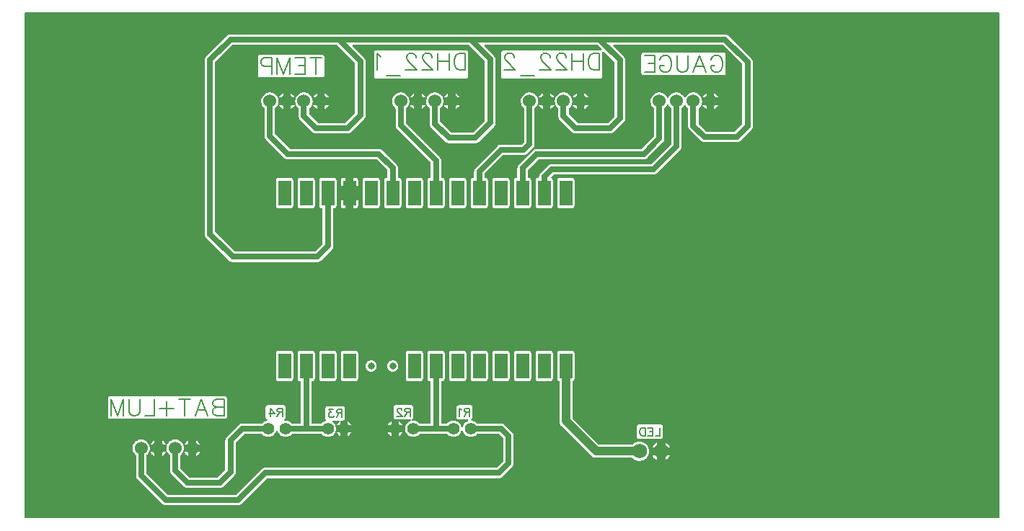
<source format=gbl>
G04 Layer: BottomLayer*
G04 EasyEDA v6.4.25, 2022-01-18T14:28:11+01:00*
G04 Gerber Generator version 0.2*
G04 Scale: 100 percent, Rotated: No, Reflected: No *
G04 Dimensions in millimeters *
G04 leading zeros omitted , absolute positions ,4 integer and 5 decimal *
%FSLAX45Y45*%
%MOMM*%

%ADD11C,1.5240*%
%ADD12R,1.5000X3.0000*%
%ADD13C,0.8000*%
%ADD14C,1.7500*%
%ADD15C,1.4000*%
%ADD16C,0.7000*%
%ADD17C,1.0000*%
%ADD18C,0.2032*%

%LPD*%
G36*
X10036048Y4025900D02*
G01*
X10032187Y4026662D01*
X10028885Y4028897D01*
X10026700Y4032199D01*
X10025888Y4036060D01*
X10025888Y9959340D01*
X10026700Y9963251D01*
X10028885Y9966502D01*
X10032187Y9968738D01*
X10036048Y9969500D01*
X21463914Y9969500D01*
X21467826Y9968738D01*
X21471128Y9966502D01*
X21473312Y9963251D01*
X21474074Y9959340D01*
X21474074Y4036060D01*
X21473312Y4032199D01*
X21471128Y4028897D01*
X21467826Y4026662D01*
X21463914Y4025900D01*
G37*

%LPC*%
G36*
X13768578Y7672679D02*
G01*
X13799159Y7672679D01*
X13799159Y7767269D01*
X13742111Y7767269D01*
X13742111Y7699146D01*
X13742822Y7692847D01*
X13744701Y7687411D01*
X13747800Y7682484D01*
X13751864Y7678420D01*
X13756792Y7675321D01*
X13762228Y7673390D01*
G37*
G36*
X17296790Y9233306D02*
G01*
X18234101Y9233306D01*
X18240400Y9234017D01*
X18245886Y9235948D01*
X18250763Y9238996D01*
X18254878Y9243110D01*
X18257926Y9247987D01*
X18259856Y9253474D01*
X18260568Y9259773D01*
X18260568Y9472930D01*
X18259856Y9479280D01*
X18257926Y9484715D01*
X18254878Y9489643D01*
X18250763Y9493707D01*
X18245886Y9496806D01*
X18240400Y9498685D01*
X18234101Y9499396D01*
X17296790Y9499396D01*
X17290491Y9498685D01*
X17285055Y9496806D01*
X17280128Y9493707D01*
X17276064Y9489643D01*
X17272965Y9484715D01*
X17271034Y9479280D01*
X17270323Y9472930D01*
X17270323Y9259773D01*
X17271034Y9253474D01*
X17272965Y9247987D01*
X17276064Y9243110D01*
X17280128Y9238996D01*
X17285055Y9235948D01*
X17290491Y9234017D01*
G37*
G36*
X11938304Y4384090D02*
G01*
X12318695Y4384090D01*
X12326721Y4384598D01*
X12328804Y4384903D01*
X12336576Y4386681D01*
X12345924Y4390390D01*
X12347803Y4391355D01*
X12356236Y4396790D01*
X12362281Y4402175D01*
X12488824Y4528718D01*
X12494209Y4534763D01*
X12499644Y4543196D01*
X12500610Y4545076D01*
X12504318Y4554423D01*
X12506096Y4562195D01*
X12506401Y4564278D01*
X12506909Y4572304D01*
X12506909Y4910886D01*
X12507671Y4914747D01*
X12509906Y4918049D01*
X12607950Y5016093D01*
X12611252Y5018328D01*
X12615113Y5019090D01*
X12811912Y5019090D01*
X12816281Y5018125D01*
X12820446Y5014569D01*
X12829997Y5005628D01*
X12840665Y4998059D01*
X12852298Y4992065D01*
X12864642Y4987696D01*
X12877444Y4985004D01*
X12890500Y4984140D01*
X12903555Y4985004D01*
X12916357Y4987696D01*
X12928701Y4992065D01*
X12940334Y4998059D01*
X12951002Y5005628D01*
X12960553Y5014569D01*
X12968833Y5024729D01*
X12975640Y5035905D01*
X12980873Y5047894D01*
X12982295Y5053126D01*
X12984378Y5056987D01*
X12987832Y5059629D01*
X12992100Y5060543D01*
X12996367Y5059629D01*
X12999821Y5056987D01*
X13001904Y5053126D01*
X13003377Y5047894D01*
X13008559Y5035905D01*
X13015366Y5024729D01*
X13023646Y5014569D01*
X13033197Y5005628D01*
X13043865Y4998059D01*
X13055498Y4992065D01*
X13067842Y4987696D01*
X13080644Y4985004D01*
X13093700Y4984140D01*
X13106755Y4985004D01*
X13119557Y4987696D01*
X13131901Y4992065D01*
X13143534Y4998059D01*
X13154202Y5005628D01*
X13163753Y5014569D01*
X13167918Y5018125D01*
X13172287Y5019090D01*
X13510412Y5019090D01*
X13514781Y5018125D01*
X13518946Y5014569D01*
X13528497Y5005628D01*
X13539165Y4998059D01*
X13550798Y4992065D01*
X13563142Y4987696D01*
X13575944Y4985004D01*
X13589000Y4984140D01*
X13602055Y4985004D01*
X13614857Y4987696D01*
X13627201Y4992065D01*
X13638834Y4998059D01*
X13649502Y5005628D01*
X13659053Y5014569D01*
X13667333Y5024729D01*
X13674140Y5035905D01*
X13674953Y5037734D01*
X13677138Y5040934D01*
X13680440Y5043068D01*
X13681760Y5043322D01*
X13681049Y5044236D01*
X13680033Y5047843D01*
X13680389Y5051552D01*
X13682878Y5060492D01*
X13684656Y5073446D01*
X13684656Y5086553D01*
X13682878Y5099507D01*
X13680389Y5108448D01*
X13680033Y5112156D01*
X13681049Y5115763D01*
X13681760Y5116677D01*
X13680440Y5116931D01*
X13677138Y5119065D01*
X13674953Y5122265D01*
X13674140Y5124094D01*
X13667333Y5135270D01*
X13659053Y5145430D01*
X13649502Y5154371D01*
X13644473Y5157927D01*
X13641628Y5161026D01*
X13640257Y5165090D01*
X13640663Y5169306D01*
X13642746Y5172964D01*
X13646200Y5175504D01*
X13650366Y5176367D01*
X13718133Y5176367D01*
X13722299Y5175504D01*
X13725753Y5172964D01*
X13727836Y5169306D01*
X13728242Y5165090D01*
X13726871Y5161026D01*
X13724026Y5157927D01*
X13718997Y5154371D01*
X13709446Y5145430D01*
X13701166Y5135270D01*
X13694359Y5124094D01*
X13692936Y5121351D01*
X13738148Y5121351D01*
X13738148Y5166207D01*
X13738910Y5170119D01*
X13741146Y5173421D01*
X13744397Y5175605D01*
X13748308Y5176367D01*
X13763701Y5176367D01*
X13770000Y5177078D01*
X13775486Y5179009D01*
X13780363Y5182108D01*
X13784478Y5186172D01*
X13787526Y5191099D01*
X13789456Y5196535D01*
X13790168Y5202885D01*
X13790168Y5317490D01*
X13789456Y5323840D01*
X13787526Y5329275D01*
X13784478Y5334203D01*
X13780363Y5338267D01*
X13775486Y5341366D01*
X13770000Y5343245D01*
X13763701Y5343956D01*
X13587222Y5343956D01*
X13580922Y5343245D01*
X13575436Y5341366D01*
X13570559Y5338267D01*
X13566444Y5334203D01*
X13563396Y5329275D01*
X13561466Y5323840D01*
X13560755Y5317490D01*
X13560755Y5202885D01*
X13561466Y5196535D01*
X13563396Y5191099D01*
X13566241Y5186578D01*
X13567714Y5182311D01*
X13567206Y5177840D01*
X13564819Y5173980D01*
X13561009Y5171592D01*
X13550798Y5167934D01*
X13539165Y5161940D01*
X13528497Y5154371D01*
X13518946Y5145430D01*
X13514781Y5141874D01*
X13510412Y5140909D01*
X13406069Y5140909D01*
X13402157Y5141671D01*
X13398906Y5143906D01*
X13396671Y5147157D01*
X13395909Y5151069D01*
X13395909Y5630519D01*
X13396671Y5634431D01*
X13398906Y5637733D01*
X13402157Y5639917D01*
X13406069Y5640679D01*
X13409422Y5640679D01*
X13415772Y5641390D01*
X13421207Y5643321D01*
X13426135Y5646420D01*
X13430199Y5650484D01*
X13433298Y5655411D01*
X13435177Y5660847D01*
X13435888Y5667146D01*
X13435888Y5966053D01*
X13435177Y5972352D01*
X13433298Y5977788D01*
X13430199Y5982716D01*
X13426135Y5986780D01*
X13421207Y5989878D01*
X13415772Y5991809D01*
X13409422Y5992520D01*
X13260578Y5992520D01*
X13254228Y5991809D01*
X13248792Y5989878D01*
X13243864Y5986780D01*
X13239800Y5982716D01*
X13236701Y5977788D01*
X13234822Y5972352D01*
X13234111Y5966053D01*
X13234111Y5667146D01*
X13234822Y5660847D01*
X13236701Y5655411D01*
X13239800Y5650484D01*
X13243864Y5646420D01*
X13248792Y5643321D01*
X13254228Y5641390D01*
X13260578Y5640679D01*
X13263930Y5640679D01*
X13267842Y5639917D01*
X13271093Y5637733D01*
X13273328Y5634431D01*
X13274090Y5630519D01*
X13274090Y5151069D01*
X13273328Y5147157D01*
X13271093Y5143906D01*
X13267842Y5141671D01*
X13263930Y5140909D01*
X13172287Y5140909D01*
X13167918Y5141874D01*
X13163753Y5145430D01*
X13154202Y5154371D01*
X13143534Y5161940D01*
X13131901Y5167934D01*
X13119557Y5172303D01*
X13106755Y5174996D01*
X13093700Y5175859D01*
X13086994Y5175402D01*
X13082574Y5176113D01*
X13078917Y5178602D01*
X13076631Y5182412D01*
X13076224Y5186832D01*
X13077698Y5191048D01*
X13081863Y5194808D01*
X13085978Y5198872D01*
X13089026Y5203799D01*
X13090956Y5209235D01*
X13091668Y5215585D01*
X13091668Y5330190D01*
X13090956Y5336540D01*
X13089026Y5341975D01*
X13085978Y5346903D01*
X13081863Y5350967D01*
X13076986Y5354066D01*
X13071500Y5355945D01*
X13065201Y5356656D01*
X12884200Y5356656D01*
X12877850Y5355945D01*
X12872415Y5354066D01*
X12867487Y5350967D01*
X12863423Y5346903D01*
X12860324Y5341975D01*
X12858445Y5336540D01*
X12857734Y5330190D01*
X12857734Y5215585D01*
X12858445Y5209235D01*
X12860324Y5203799D01*
X12863423Y5198872D01*
X12867487Y5194808D01*
X12872313Y5191760D01*
X12875209Y5189016D01*
X12876834Y5185359D01*
X12876885Y5181396D01*
X12875412Y5177637D01*
X12872618Y5174792D01*
X12868960Y5173218D01*
X12864642Y5172303D01*
X12852298Y5167934D01*
X12840665Y5161940D01*
X12829997Y5154371D01*
X12820446Y5145430D01*
X12816281Y5141874D01*
X12811912Y5140909D01*
X12586004Y5140909D01*
X12577978Y5140401D01*
X12575895Y5140096D01*
X12568123Y5138318D01*
X12558776Y5134610D01*
X12556896Y5133644D01*
X12548463Y5128209D01*
X12542418Y5122824D01*
X12403175Y4983581D01*
X12397790Y4977536D01*
X12392355Y4969103D01*
X12391390Y4967224D01*
X12387681Y4957876D01*
X12385903Y4950104D01*
X12385598Y4948021D01*
X12385090Y4939995D01*
X12385090Y4601413D01*
X12384328Y4597552D01*
X12382093Y4594250D01*
X12296749Y4508906D01*
X12293447Y4506671D01*
X12289586Y4505909D01*
X11967413Y4505909D01*
X11963552Y4506671D01*
X11960250Y4508906D01*
X11860580Y4608576D01*
X11858396Y4611827D01*
X11857583Y4615738D01*
X11857583Y4764735D01*
X11858040Y4767783D01*
X11859412Y4770475D01*
X11861495Y4772710D01*
X11865203Y4775708D01*
X11874703Y4785512D01*
X11882780Y4796485D01*
X11887809Y4805578D01*
X11890603Y4808829D01*
X11894566Y4810607D01*
X11895937Y4810607D01*
X11894261Y4813096D01*
X11893448Y4816906D01*
X11894261Y4821174D01*
X11897410Y4834432D01*
X11898782Y4847996D01*
X11898325Y4861610D01*
X11896039Y4875072D01*
X11893702Y4882692D01*
X11893245Y4886452D01*
X11894261Y4890109D01*
X11895734Y4892141D01*
X11892940Y4892700D01*
X11889740Y4894732D01*
X11887504Y4897831D01*
X11886285Y4900472D01*
X11878919Y4911953D01*
X11870131Y4922367D01*
X11860022Y4931511D01*
X11848795Y4939233D01*
X11836603Y4945380D01*
X11823700Y4949850D01*
X11810339Y4952593D01*
X11796776Y4953508D01*
X11783161Y4952593D01*
X11769801Y4949850D01*
X11756898Y4945380D01*
X11744706Y4939233D01*
X11733479Y4931511D01*
X11723370Y4922367D01*
X11714581Y4911953D01*
X11707215Y4900472D01*
X11705894Y4897577D01*
X11703659Y4894478D01*
X11700408Y4892395D01*
X11697919Y4891938D01*
X11699240Y4890109D01*
X11700256Y4886452D01*
X11699798Y4882692D01*
X11697462Y4875072D01*
X11695176Y4861610D01*
X11694718Y4847996D01*
X11696090Y4834432D01*
X11699392Y4820767D01*
X11700052Y4816906D01*
X11699240Y4813096D01*
X11697716Y4810861D01*
X11698833Y4810861D01*
X11702745Y4809083D01*
X11705590Y4805832D01*
X11710720Y4796485D01*
X11718798Y4785512D01*
X11728297Y4775708D01*
X11731904Y4772812D01*
X11733987Y4770577D01*
X11735358Y4767834D01*
X11735816Y4764836D01*
X11735816Y4586630D01*
X11736273Y4578553D01*
X11736578Y4576470D01*
X11739016Y4566716D01*
X11742064Y4559350D01*
X11747246Y4550765D01*
X11748516Y4549038D01*
X11753850Y4542993D01*
X11894718Y4402175D01*
X11900763Y4396790D01*
X11909196Y4391355D01*
X11911076Y4390390D01*
X11920423Y4386681D01*
X11928195Y4384903D01*
X11930278Y4384598D01*
G37*
G36*
X12793878Y9207906D02*
G01*
X13522401Y9207906D01*
X13528700Y9208617D01*
X13534186Y9210548D01*
X13539063Y9213596D01*
X13543178Y9217710D01*
X13546226Y9222587D01*
X13548156Y9228074D01*
X13548868Y9234373D01*
X13548868Y9447530D01*
X13548156Y9453880D01*
X13546226Y9459315D01*
X13543178Y9464243D01*
X13539063Y9468307D01*
X13534186Y9471406D01*
X13528700Y9473285D01*
X13522401Y9473996D01*
X12793878Y9473996D01*
X12787528Y9473285D01*
X12782092Y9471406D01*
X12777165Y9468307D01*
X12773101Y9464243D01*
X12770002Y9459315D01*
X12768072Y9453880D01*
X12767360Y9447530D01*
X12767360Y9234373D01*
X12768072Y9228074D01*
X12770002Y9222587D01*
X12773101Y9217710D01*
X12777165Y9213596D01*
X12782092Y9210548D01*
X12787528Y9208617D01*
G37*
G36*
X17246600Y4699914D02*
G01*
X17261078Y4700828D01*
X17275352Y4703622D01*
X17289170Y4708194D01*
X17302226Y4714494D01*
X17314418Y4722418D01*
X17325492Y4731867D01*
X17335246Y4742586D01*
X17343577Y4754524D01*
X17350282Y4767427D01*
X17355312Y4781042D01*
X17358512Y4795215D01*
X17359934Y4809642D01*
X17359477Y4824171D01*
X17357140Y4838547D01*
X17353026Y4852466D01*
X17347133Y4865725D01*
X17339614Y4878171D01*
X17330521Y4889550D01*
X17320107Y4899660D01*
X17308474Y4908346D01*
X17295774Y4915458D01*
X17282312Y4920894D01*
X17268291Y4924602D01*
X17253864Y4926431D01*
X17239335Y4926431D01*
X17224908Y4924602D01*
X17210887Y4920894D01*
X17197425Y4915458D01*
X17184725Y4908346D01*
X17173092Y4899660D01*
X17165269Y4892090D01*
X17162018Y4889957D01*
X17158208Y4889195D01*
X16774261Y4889195D01*
X16770350Y4889957D01*
X16767048Y4892192D01*
X16461892Y5197348D01*
X16459657Y5200650D01*
X16458895Y5204561D01*
X16458895Y5632500D01*
X16459758Y5636564D01*
X16462146Y5639968D01*
X16465702Y5642102D01*
X16469207Y5643321D01*
X16474135Y5646420D01*
X16478199Y5650484D01*
X16481298Y5655411D01*
X16483177Y5660847D01*
X16483888Y5667146D01*
X16483888Y5966053D01*
X16483177Y5972352D01*
X16481298Y5977788D01*
X16478199Y5982716D01*
X16474135Y5986780D01*
X16469207Y5989878D01*
X16463772Y5991809D01*
X16457422Y5992520D01*
X16308578Y5992520D01*
X16302228Y5991809D01*
X16296792Y5989878D01*
X16291864Y5986780D01*
X16287800Y5982716D01*
X16284701Y5977788D01*
X16282822Y5972352D01*
X16282111Y5966053D01*
X16282111Y5667146D01*
X16282822Y5660847D01*
X16284701Y5655411D01*
X16287800Y5650484D01*
X16291864Y5646420D01*
X16296792Y5643321D01*
X16300297Y5642102D01*
X16303853Y5639968D01*
X16306241Y5636564D01*
X16307104Y5632500D01*
X16307155Y5166258D01*
X16307968Y5157419D01*
X16308374Y5154980D01*
X16310508Y5146344D01*
X16311270Y5144008D01*
X16314674Y5135778D01*
X16315791Y5133594D01*
X16320414Y5125974D01*
X16327475Y5117134D01*
X16686834Y4757775D01*
X16695674Y4750714D01*
X16703294Y4746091D01*
X16705478Y4744974D01*
X16713707Y4741570D01*
X16716044Y4740808D01*
X16724680Y4738674D01*
X16727119Y4738268D01*
X16735958Y4737455D01*
X17158208Y4737404D01*
X17162322Y4736541D01*
X17165726Y4734052D01*
X17167707Y4731867D01*
X17178782Y4722418D01*
X17190974Y4714494D01*
X17204029Y4708194D01*
X17217847Y4703622D01*
X17232122Y4700828D01*
G37*
G36*
X17450511Y4711852D02*
G01*
X17450511Y4763211D01*
X17399101Y4763211D01*
X17403622Y4754524D01*
X17411954Y4742586D01*
X17421707Y4731867D01*
X17432782Y4722418D01*
X17444974Y4714494D01*
G37*
G36*
X17550688Y4711852D02*
G01*
X17556226Y4714494D01*
X17568418Y4722418D01*
X17579492Y4731867D01*
X17589246Y4742586D01*
X17597577Y4754524D01*
X17602098Y4763211D01*
X17550688Y4763211D01*
G37*
G36*
X12041124Y4759604D02*
G01*
X12042698Y4760264D01*
X12054433Y4767224D01*
X12065101Y4775708D01*
X12074601Y4785512D01*
X12082678Y4796485D01*
X12088418Y4806950D01*
X12041124Y4806950D01*
G37*
G36*
X11641074Y4759604D02*
G01*
X11642648Y4760264D01*
X11654383Y4767224D01*
X11665051Y4775708D01*
X11674551Y4785512D01*
X11682628Y4796485D01*
X11687759Y4805832D01*
X11688775Y4806950D01*
X11641074Y4806950D01*
G37*
G36*
X11952224Y4759604D02*
G01*
X11952224Y4806950D01*
X11904421Y4806950D01*
X11905589Y4805578D01*
X11910618Y4796485D01*
X11918696Y4785512D01*
X11928195Y4775708D01*
X11938863Y4767224D01*
X11950598Y4760264D01*
G37*
G36*
X11552174Y4759604D02*
G01*
X11552174Y4806950D01*
X11504371Y4806950D01*
X11505539Y4805578D01*
X11510568Y4796485D01*
X11518646Y4785512D01*
X11528145Y4775708D01*
X11538813Y4767224D01*
X11550548Y4760264D01*
G37*
G36*
X17550688Y4863388D02*
G01*
X17602149Y4863388D01*
X17601133Y4865725D01*
X17593614Y4878171D01*
X17584521Y4889550D01*
X17574107Y4899660D01*
X17562474Y4908346D01*
X17550688Y4914950D01*
G37*
G36*
X17399050Y4863388D02*
G01*
X17450511Y4863388D01*
X17450511Y4914950D01*
X17438725Y4908346D01*
X17427092Y4899660D01*
X17416678Y4889550D01*
X17407585Y4878171D01*
X17400066Y4865725D01*
G37*
G36*
X14157858Y9194038D02*
G01*
X15211501Y9194038D01*
X15217800Y9194749D01*
X15223286Y9196679D01*
X15228163Y9199778D01*
X15232278Y9203842D01*
X15235326Y9208770D01*
X15237256Y9214205D01*
X15237968Y9220555D01*
X15237968Y9498330D01*
X15237256Y9504680D01*
X15235326Y9510115D01*
X15232278Y9515043D01*
X15228163Y9519107D01*
X15223286Y9522206D01*
X15217800Y9524085D01*
X15211501Y9524796D01*
X14157858Y9524796D01*
X14151508Y9524085D01*
X14146072Y9522206D01*
X14141145Y9519107D01*
X14137081Y9515043D01*
X14133982Y9510115D01*
X14132051Y9504680D01*
X14131340Y9498330D01*
X14131340Y9220555D01*
X14132051Y9214205D01*
X14133982Y9208770D01*
X14137081Y9203842D01*
X14141145Y9199778D01*
X14146072Y9196679D01*
X14151508Y9194749D01*
G37*
G36*
X12041124Y4895850D02*
G01*
X12088317Y4895850D01*
X12086183Y4900472D01*
X12078817Y4911953D01*
X12070029Y4922367D01*
X12059920Y4931511D01*
X12048693Y4939233D01*
X12041124Y4943043D01*
G37*
G36*
X11641074Y4895850D02*
G01*
X11688724Y4895850D01*
X11686133Y4900472D01*
X11678767Y4911953D01*
X11669979Y4922367D01*
X11659870Y4931511D01*
X11648643Y4939233D01*
X11641074Y4943043D01*
G37*
G36*
X11504422Y4895850D02*
G01*
X11552174Y4895850D01*
X11552174Y4943043D01*
X11544554Y4939233D01*
X11533327Y4931511D01*
X11523218Y4922367D01*
X11514429Y4911953D01*
X11507063Y4900472D01*
X11505844Y4897831D01*
G37*
G36*
X11904472Y4895850D02*
G01*
X11952224Y4895850D01*
X11952224Y4943043D01*
X11944604Y4939233D01*
X11933377Y4931511D01*
X11923268Y4922367D01*
X11914479Y4911953D01*
X11907113Y4900472D01*
X11905894Y4897831D01*
G37*
G36*
X17241062Y4960467D02*
G01*
X17497501Y4960467D01*
X17503800Y4961178D01*
X17509286Y4963109D01*
X17514163Y4966208D01*
X17518278Y4970272D01*
X17521326Y4975199D01*
X17523256Y4980635D01*
X17523968Y4986985D01*
X17523968Y5101590D01*
X17523256Y5107940D01*
X17521326Y5113375D01*
X17518278Y5118303D01*
X17514163Y5122367D01*
X17509286Y5125466D01*
X17503800Y5127345D01*
X17497501Y5128056D01*
X17241062Y5128056D01*
X17234712Y5127345D01*
X17229277Y5125466D01*
X17224349Y5122367D01*
X17220285Y5118303D01*
X17217186Y5113375D01*
X17215256Y5107940D01*
X17214545Y5101590D01*
X17214545Y4986985D01*
X17215256Y4980635D01*
X17217186Y4975199D01*
X17220285Y4970272D01*
X17224349Y4966208D01*
X17229277Y4963109D01*
X17234712Y4961178D01*
G37*
G36*
X16463772Y8972550D02*
G01*
X16511524Y8972550D01*
X16511524Y9019743D01*
X16503904Y9015933D01*
X16492677Y9008211D01*
X16482568Y8999067D01*
X16473779Y8988653D01*
X16466413Y8977172D01*
X16465194Y8974531D01*
G37*
G36*
X16063722Y8972550D02*
G01*
X16111474Y8972550D01*
X16111474Y9019743D01*
X16103854Y9015933D01*
X16092627Y9008211D01*
X16082518Y8999067D01*
X16073729Y8988653D01*
X16066363Y8977172D01*
X16065144Y8974531D01*
G37*
G36*
X13015721Y8972550D02*
G01*
X13063474Y8972550D01*
X13063474Y9019743D01*
X13055854Y9015933D01*
X13044627Y9008211D01*
X13034518Y8999067D01*
X13025729Y8988653D01*
X13018363Y8977172D01*
X13017144Y8974531D01*
G37*
G36*
X13415772Y8972550D02*
G01*
X13463524Y8972550D01*
X13463524Y9019743D01*
X13455904Y9015933D01*
X13444677Y9008211D01*
X13434568Y8999067D01*
X13425779Y8988653D01*
X13418413Y8977172D01*
X13417194Y8974531D01*
G37*
G36*
X14552422Y8972550D02*
G01*
X14600174Y8972550D01*
X14600174Y9019743D01*
X14592554Y9015933D01*
X14581327Y9008211D01*
X14571218Y8999067D01*
X14562429Y8988653D01*
X14555063Y8977172D01*
X14553844Y8974531D01*
G37*
G36*
X14952472Y8972550D02*
G01*
X15000224Y8972550D01*
X15000224Y9019743D01*
X14992604Y9015933D01*
X14981377Y9008211D01*
X14971268Y8999067D01*
X14962479Y8988653D01*
X14955113Y8977172D01*
X14953894Y8974531D01*
G37*
G36*
X13820851Y4993690D02*
G01*
X13829334Y4998059D01*
X13840002Y5005628D01*
X13849553Y5014569D01*
X13857833Y5024729D01*
X13864640Y5035905D01*
X13865809Y5038648D01*
X13820851Y5038648D01*
G37*
G36*
X14417751Y4993690D02*
G01*
X14426234Y4998059D01*
X14436902Y5005628D01*
X14446453Y5014569D01*
X14454733Y5024729D01*
X14461540Y5035905D01*
X14462709Y5038648D01*
X14417751Y5038648D01*
G37*
G36*
X14335048Y4993690D02*
G01*
X14335048Y5038648D01*
X14290090Y5038648D01*
X14291259Y5035905D01*
X14298066Y5024729D01*
X14306346Y5014569D01*
X14315897Y5005628D01*
X14326565Y4998059D01*
G37*
G36*
X13738148Y4993690D02*
G01*
X13738148Y5038648D01*
X13692936Y5038648D01*
X13694359Y5035905D01*
X13701166Y5024729D01*
X13709446Y5014569D01*
X13718997Y5005628D01*
X13729665Y4998059D01*
G37*
G36*
X17987772Y8972550D02*
G01*
X18035524Y8972550D01*
X18035524Y9019743D01*
X18027904Y9015933D01*
X18016677Y9008211D01*
X18006568Y8999067D01*
X17997779Y8988653D01*
X17990413Y8977172D01*
X17989194Y8974531D01*
G37*
G36*
X14290090Y5121351D02*
G01*
X14335048Y5121351D01*
X14335048Y5166309D01*
X14326565Y5161940D01*
X14315897Y5154371D01*
X14306346Y5145430D01*
X14298066Y5135270D01*
X14291259Y5124094D01*
G37*
G36*
X14417751Y5121351D02*
G01*
X14462709Y5121351D01*
X14461540Y5124094D01*
X14454733Y5135270D01*
X14446453Y5145430D01*
X14436902Y5154371D01*
X14426234Y5161940D01*
X14417751Y5166309D01*
G37*
G36*
X13820851Y5121351D02*
G01*
X13865809Y5121351D01*
X13864640Y5124094D01*
X13857833Y5135270D01*
X13849553Y5145430D01*
X13840002Y5154371D01*
X13829334Y5161940D01*
X13820851Y5166309D01*
G37*
G36*
X13152374Y8972550D02*
G01*
X13200024Y8972550D01*
X13197433Y8977172D01*
X13190067Y8988653D01*
X13181279Y8999067D01*
X13171169Y9008211D01*
X13159943Y9015933D01*
X13152374Y9019743D01*
G37*
G36*
X14689074Y8972550D02*
G01*
X14736724Y8972550D01*
X14734133Y8977172D01*
X14726767Y8988653D01*
X14717979Y8999067D01*
X14707869Y9008211D01*
X14696643Y9015933D01*
X14689074Y9019743D01*
G37*
G36*
X16200374Y8972550D02*
G01*
X16248024Y8972550D01*
X16245433Y8977172D01*
X16238067Y8988653D01*
X16229279Y8999067D01*
X16219169Y9008211D01*
X16207943Y9015933D01*
X16200374Y9019743D01*
G37*
G36*
X13552424Y8972550D02*
G01*
X13599617Y8972550D01*
X13597483Y8977172D01*
X13590117Y8988653D01*
X13581329Y8999067D01*
X13571219Y9008211D01*
X13559993Y9015933D01*
X13552424Y9019743D01*
G37*
G36*
X16600424Y8972550D02*
G01*
X16647617Y8972550D01*
X16645483Y8977172D01*
X16638117Y8988653D01*
X16629329Y8999067D01*
X16619219Y9008211D01*
X16607993Y9015933D01*
X16600424Y9019743D01*
G37*
G36*
X18124424Y8972550D02*
G01*
X18171617Y8972550D01*
X18169483Y8977172D01*
X18162117Y8988653D01*
X18153329Y8999067D01*
X18143220Y9008211D01*
X18131993Y9015933D01*
X18124424Y9019743D01*
G37*
G36*
X15089124Y8972550D02*
G01*
X15136317Y8972550D01*
X15134183Y8977172D01*
X15126817Y8988653D01*
X15118029Y8999067D01*
X15107919Y9008211D01*
X15096693Y9015933D01*
X15089124Y9019743D01*
G37*
G36*
X18035524Y8836304D02*
G01*
X18035524Y8883650D01*
X17987721Y8883650D01*
X17988889Y8882278D01*
X17993918Y8873185D01*
X18001996Y8862212D01*
X18011495Y8852408D01*
X18022163Y8843924D01*
X18033898Y8836964D01*
G37*
G36*
X11033861Y5194706D02*
G01*
X12379401Y5194706D01*
X12385700Y5195417D01*
X12391186Y5197348D01*
X12396063Y5200396D01*
X12400178Y5204510D01*
X12403226Y5209387D01*
X12405156Y5214874D01*
X12405868Y5221173D01*
X12405868Y5434330D01*
X12405156Y5440680D01*
X12403226Y5446115D01*
X12400178Y5451043D01*
X12396063Y5455107D01*
X12391186Y5458206D01*
X12385700Y5460085D01*
X12379401Y5460796D01*
X11033861Y5460796D01*
X11027562Y5460085D01*
X11022076Y5458206D01*
X11017199Y5455107D01*
X11013084Y5451043D01*
X11010036Y5446115D01*
X11008106Y5440680D01*
X11007394Y5434330D01*
X11007394Y5221173D01*
X11008106Y5214874D01*
X11010036Y5209387D01*
X11013084Y5204510D01*
X11017199Y5200396D01*
X11022076Y5197348D01*
X11027562Y5195417D01*
G37*
G36*
X13514578Y5640679D02*
G01*
X13663422Y5640679D01*
X13669772Y5641390D01*
X13675207Y5643321D01*
X13680135Y5646420D01*
X13684199Y5650484D01*
X13687298Y5655411D01*
X13689177Y5660847D01*
X13689888Y5667146D01*
X13689888Y5966053D01*
X13689177Y5972352D01*
X13687298Y5977788D01*
X13684199Y5982716D01*
X13680135Y5986780D01*
X13675207Y5989878D01*
X13669772Y5991809D01*
X13663422Y5992520D01*
X13514578Y5992520D01*
X13508228Y5991809D01*
X13502792Y5989878D01*
X13497864Y5986780D01*
X13493800Y5982716D01*
X13490701Y5977788D01*
X13488822Y5972352D01*
X13488111Y5966053D01*
X13488111Y5667146D01*
X13488822Y5660847D01*
X13490701Y5655411D01*
X13493800Y5650484D01*
X13497864Y5646420D01*
X13502792Y5643321D01*
X13508228Y5641390D01*
G37*
G36*
X16054578Y5640679D02*
G01*
X16203422Y5640679D01*
X16209772Y5641390D01*
X16215207Y5643321D01*
X16220135Y5646420D01*
X16224199Y5650484D01*
X16227298Y5655411D01*
X16229177Y5660847D01*
X16229888Y5667146D01*
X16229888Y5966053D01*
X16229177Y5972352D01*
X16227298Y5977788D01*
X16224199Y5982716D01*
X16220135Y5986780D01*
X16215207Y5989878D01*
X16209772Y5991809D01*
X16203422Y5992520D01*
X16054578Y5992520D01*
X16048228Y5991809D01*
X16042792Y5989878D01*
X16037864Y5986780D01*
X16033800Y5982716D01*
X16030701Y5977788D01*
X16028822Y5972352D01*
X16028111Y5966053D01*
X16028111Y5667146D01*
X16028822Y5660847D01*
X16030701Y5655411D01*
X16033800Y5650484D01*
X16037864Y5646420D01*
X16042792Y5643321D01*
X16048228Y5641390D01*
G37*
G36*
X15038578Y5640679D02*
G01*
X15187422Y5640679D01*
X15193772Y5641390D01*
X15199207Y5643321D01*
X15204135Y5646420D01*
X15208199Y5650484D01*
X15211298Y5655411D01*
X15213177Y5660847D01*
X15213888Y5667146D01*
X15213888Y5966053D01*
X15213177Y5972352D01*
X15211298Y5977788D01*
X15208199Y5982716D01*
X15204135Y5986780D01*
X15199207Y5989878D01*
X15193772Y5991809D01*
X15187422Y5992520D01*
X15038578Y5992520D01*
X15032228Y5991809D01*
X15026792Y5989878D01*
X15021864Y5986780D01*
X15017800Y5982716D01*
X15014701Y5977788D01*
X15012822Y5972352D01*
X15012111Y5966053D01*
X15012111Y5667146D01*
X15012822Y5660847D01*
X15014701Y5655411D01*
X15017800Y5650484D01*
X15021864Y5646420D01*
X15026792Y5643321D01*
X15032228Y5641390D01*
G37*
G36*
X14530578Y5640679D02*
G01*
X14679422Y5640679D01*
X14685772Y5641390D01*
X14691207Y5643321D01*
X14696135Y5646420D01*
X14700199Y5650484D01*
X14703298Y5655411D01*
X14705177Y5660847D01*
X14705888Y5667146D01*
X14705888Y5966053D01*
X14705177Y5972352D01*
X14703298Y5977788D01*
X14700199Y5982716D01*
X14696135Y5986780D01*
X14691207Y5989878D01*
X14685772Y5991809D01*
X14679422Y5992520D01*
X14530578Y5992520D01*
X14524228Y5991809D01*
X14518792Y5989878D01*
X14513864Y5986780D01*
X14509800Y5982716D01*
X14506701Y5977788D01*
X14504822Y5972352D01*
X14504111Y5966053D01*
X14504111Y5667146D01*
X14504822Y5660847D01*
X14506701Y5655411D01*
X14509800Y5650484D01*
X14513864Y5646420D01*
X14518792Y5643321D01*
X14524228Y5641390D01*
G37*
G36*
X15292578Y5640679D02*
G01*
X15441422Y5640679D01*
X15447772Y5641390D01*
X15453207Y5643321D01*
X15458135Y5646420D01*
X15462199Y5650484D01*
X15465298Y5655411D01*
X15467177Y5660847D01*
X15467888Y5667146D01*
X15467888Y5966053D01*
X15467177Y5972352D01*
X15465298Y5977788D01*
X15462199Y5982716D01*
X15458135Y5986780D01*
X15453207Y5989878D01*
X15447772Y5991809D01*
X15441422Y5992520D01*
X15292578Y5992520D01*
X15286228Y5991809D01*
X15280792Y5989878D01*
X15275864Y5986780D01*
X15271800Y5982716D01*
X15268701Y5977788D01*
X15266822Y5972352D01*
X15266111Y5966053D01*
X15266111Y5667146D01*
X15266822Y5660847D01*
X15268701Y5655411D01*
X15271800Y5650484D01*
X15275864Y5646420D01*
X15280792Y5643321D01*
X15286228Y5641390D01*
G37*
G36*
X15800578Y5640679D02*
G01*
X15949422Y5640679D01*
X15955772Y5641390D01*
X15961207Y5643321D01*
X15966135Y5646420D01*
X15970199Y5650484D01*
X15973298Y5655411D01*
X15975177Y5660847D01*
X15975888Y5667146D01*
X15975888Y5966053D01*
X15975177Y5972352D01*
X15973298Y5977788D01*
X15970199Y5982716D01*
X15966135Y5986780D01*
X15961207Y5989878D01*
X15955772Y5991809D01*
X15949422Y5992520D01*
X15800578Y5992520D01*
X15794228Y5991809D01*
X15788792Y5989878D01*
X15783864Y5986780D01*
X15779800Y5982716D01*
X15776701Y5977788D01*
X15774822Y5972352D01*
X15774111Y5966053D01*
X15774111Y5667146D01*
X15774822Y5660847D01*
X15776701Y5655411D01*
X15779800Y5650484D01*
X15783864Y5646420D01*
X15788792Y5643321D01*
X15794228Y5641390D01*
G37*
G36*
X13006578Y5640679D02*
G01*
X13155422Y5640679D01*
X13161772Y5641390D01*
X13167207Y5643321D01*
X13172135Y5646420D01*
X13176199Y5650484D01*
X13179298Y5655411D01*
X13181177Y5660847D01*
X13181888Y5667146D01*
X13181888Y5966053D01*
X13181177Y5972352D01*
X13179298Y5977788D01*
X13176199Y5982716D01*
X13172135Y5986780D01*
X13167207Y5989878D01*
X13161772Y5991809D01*
X13155422Y5992520D01*
X13006578Y5992520D01*
X13000228Y5991809D01*
X12994792Y5989878D01*
X12989864Y5986780D01*
X12985800Y5982716D01*
X12982702Y5977788D01*
X12980822Y5972352D01*
X12980111Y5966053D01*
X12980111Y5667146D01*
X12980822Y5660847D01*
X12982702Y5655411D01*
X12985800Y5650484D01*
X12989864Y5646420D01*
X12994792Y5643321D01*
X13000228Y5641390D01*
G37*
G36*
X13768578Y5640679D02*
G01*
X13917422Y5640679D01*
X13923772Y5641390D01*
X13929207Y5643321D01*
X13934135Y5646420D01*
X13938199Y5650484D01*
X13941298Y5655411D01*
X13943177Y5660847D01*
X13943888Y5667146D01*
X13943888Y5966053D01*
X13943177Y5972352D01*
X13941298Y5977788D01*
X13938199Y5982716D01*
X13934135Y5986780D01*
X13929207Y5989878D01*
X13923772Y5991809D01*
X13917422Y5992520D01*
X13768578Y5992520D01*
X13762228Y5991809D01*
X13756792Y5989878D01*
X13751864Y5986780D01*
X13747800Y5982716D01*
X13744701Y5977788D01*
X13742822Y5972352D01*
X13742111Y5966053D01*
X13742111Y5667146D01*
X13742822Y5660847D01*
X13744701Y5655411D01*
X13747800Y5650484D01*
X13751864Y5646420D01*
X13756792Y5643321D01*
X13762228Y5641390D01*
G37*
G36*
X15546578Y5640679D02*
G01*
X15695422Y5640679D01*
X15701772Y5641390D01*
X15707207Y5643321D01*
X15712135Y5646420D01*
X15716199Y5650484D01*
X15719298Y5655411D01*
X15721177Y5660847D01*
X15721888Y5667146D01*
X15721888Y5966053D01*
X15721177Y5972352D01*
X15719298Y5977788D01*
X15716199Y5982716D01*
X15712135Y5986780D01*
X15707207Y5989878D01*
X15701772Y5991809D01*
X15695422Y5992520D01*
X15546578Y5992520D01*
X15540228Y5991809D01*
X15534792Y5989878D01*
X15529864Y5986780D01*
X15525800Y5982716D01*
X15522701Y5977788D01*
X15520822Y5972352D01*
X15520111Y5966053D01*
X15520111Y5667146D01*
X15520822Y5660847D01*
X15522701Y5655411D01*
X15525800Y5650484D01*
X15529864Y5646420D01*
X15534792Y5643321D01*
X15540228Y5641390D01*
G37*
G36*
X14097000Y5750712D02*
G01*
X14107566Y5751576D01*
X14117878Y5754116D01*
X14127632Y5758281D01*
X14136573Y5763920D01*
X14144498Y5770981D01*
X14151203Y5779160D01*
X14156537Y5788355D01*
X14160296Y5798261D01*
X14162379Y5808675D01*
X14162836Y5819241D01*
X14161566Y5829757D01*
X14158569Y5839968D01*
X14154048Y5849518D01*
X14148003Y5858256D01*
X14140688Y5865926D01*
X14132204Y5872276D01*
X14122806Y5877204D01*
X14112748Y5880557D01*
X14102283Y5882284D01*
X14091716Y5882284D01*
X14081251Y5880557D01*
X14071193Y5877204D01*
X14061795Y5872276D01*
X14053312Y5865926D01*
X14045996Y5858256D01*
X14039951Y5849518D01*
X14035430Y5839968D01*
X14032433Y5829757D01*
X14031163Y5819241D01*
X14031620Y5808675D01*
X14033703Y5798261D01*
X14037462Y5788355D01*
X14042796Y5779160D01*
X14049501Y5770981D01*
X14057426Y5763920D01*
X14066367Y5758281D01*
X14076121Y5754116D01*
X14086433Y5751576D01*
G37*
G36*
X14351000Y5750712D02*
G01*
X14361566Y5751576D01*
X14371878Y5754116D01*
X14381632Y5758281D01*
X14390573Y5763920D01*
X14398498Y5770981D01*
X14405203Y5779160D01*
X14410537Y5788355D01*
X14414296Y5798261D01*
X14416379Y5808675D01*
X14416836Y5819241D01*
X14415566Y5829757D01*
X14412569Y5839968D01*
X14408048Y5849518D01*
X14402003Y5858256D01*
X14394688Y5865926D01*
X14386204Y5872276D01*
X14376806Y5877204D01*
X14366748Y5880557D01*
X14356283Y5882284D01*
X14345716Y5882284D01*
X14335251Y5880557D01*
X14325193Y5877204D01*
X14315795Y5872276D01*
X14307312Y5865926D01*
X14299996Y5858256D01*
X14293951Y5849518D01*
X14289430Y5839968D01*
X14286433Y5829757D01*
X14285163Y5819241D01*
X14285620Y5808675D01*
X14287703Y5798261D01*
X14291462Y5788355D01*
X14296796Y5779160D01*
X14303501Y5770981D01*
X14311426Y5763920D01*
X14320367Y5758281D01*
X14330121Y5754116D01*
X14340433Y5751576D01*
G37*
G36*
X12471704Y7038390D02*
G01*
X13461695Y7038390D01*
X13469721Y7038898D01*
X13471804Y7039203D01*
X13479576Y7040981D01*
X13488924Y7044690D01*
X13490803Y7045655D01*
X13499236Y7051090D01*
X13505281Y7056475D01*
X13631824Y7183018D01*
X13637209Y7189063D01*
X13642644Y7197496D01*
X13643610Y7199375D01*
X13647318Y7208723D01*
X13649096Y7216495D01*
X13649401Y7218578D01*
X13649909Y7226604D01*
X13649909Y7662519D01*
X13650671Y7666431D01*
X13652906Y7669733D01*
X13656157Y7671917D01*
X13660069Y7672679D01*
X13663422Y7672679D01*
X13669772Y7673390D01*
X13675207Y7675321D01*
X13680135Y7678420D01*
X13684199Y7682484D01*
X13687298Y7687411D01*
X13689177Y7692847D01*
X13689888Y7699146D01*
X13689888Y7998053D01*
X13689177Y8004352D01*
X13687298Y8009788D01*
X13684199Y8014716D01*
X13680135Y8018780D01*
X13675207Y8021878D01*
X13669772Y8023809D01*
X13663422Y8024520D01*
X13514578Y8024520D01*
X13508228Y8023809D01*
X13502792Y8021878D01*
X13497864Y8018780D01*
X13493800Y8014716D01*
X13490701Y8009788D01*
X13488822Y8004352D01*
X13488111Y7998053D01*
X13488111Y7699146D01*
X13488822Y7692847D01*
X13490701Y7687411D01*
X13493800Y7682484D01*
X13497864Y7678420D01*
X13502792Y7675321D01*
X13508228Y7673390D01*
X13514578Y7672679D01*
X13517930Y7672679D01*
X13521842Y7671917D01*
X13525093Y7669733D01*
X13527328Y7666431D01*
X13528090Y7662519D01*
X13528090Y7255713D01*
X13527328Y7251852D01*
X13525093Y7248550D01*
X13439749Y7163206D01*
X13436447Y7160971D01*
X13432586Y7160209D01*
X12500813Y7160209D01*
X12496952Y7160971D01*
X12493650Y7163206D01*
X12268606Y7388250D01*
X12266371Y7391552D01*
X12265609Y7395413D01*
X12265609Y9381286D01*
X12266371Y9385147D01*
X12268606Y9388449D01*
X12468250Y9588093D01*
X12471552Y9590328D01*
X12475413Y9591090D01*
X13686586Y9591090D01*
X13690447Y9590328D01*
X13693749Y9588093D01*
X13906093Y9375749D01*
X13908328Y9372447D01*
X13909090Y9368586D01*
X13909090Y8792413D01*
X13908328Y8788552D01*
X13906093Y8785250D01*
X13795349Y8674506D01*
X13792047Y8672271D01*
X13788186Y8671509D01*
X13478713Y8671509D01*
X13474852Y8672271D01*
X13471550Y8674506D01*
X13371982Y8774074D01*
X13369747Y8777376D01*
X13368985Y8781237D01*
X13368985Y8841486D01*
X13369442Y8844534D01*
X13370763Y8847277D01*
X13372846Y8849461D01*
X13376503Y8852408D01*
X13386003Y8862212D01*
X13394080Y8873185D01*
X13399109Y8882278D01*
X13401903Y8885529D01*
X13405866Y8887307D01*
X13407237Y8887307D01*
X13405561Y8889796D01*
X13404748Y8893606D01*
X13405561Y8897874D01*
X13408710Y8911132D01*
X13410082Y8924696D01*
X13409625Y8938310D01*
X13407339Y8951772D01*
X13405002Y8959392D01*
X13404545Y8963152D01*
X13405561Y8966809D01*
X13407034Y8968841D01*
X13404240Y8969400D01*
X13401040Y8971432D01*
X13398804Y8974531D01*
X13397585Y8977172D01*
X13390219Y8988653D01*
X13381431Y8999067D01*
X13371322Y9008211D01*
X13360095Y9015933D01*
X13347903Y9022080D01*
X13335000Y9026550D01*
X13321639Y9029293D01*
X13308076Y9030208D01*
X13294461Y9029293D01*
X13281101Y9026550D01*
X13268198Y9022080D01*
X13256006Y9015933D01*
X13244779Y9008211D01*
X13234669Y8999067D01*
X13225881Y8988653D01*
X13218515Y8977172D01*
X13217194Y8974277D01*
X13214959Y8971178D01*
X13211708Y8969095D01*
X13209219Y8968638D01*
X13210540Y8966809D01*
X13211556Y8963152D01*
X13211098Y8959392D01*
X13208762Y8951772D01*
X13206476Y8938310D01*
X13206018Y8924696D01*
X13207390Y8911132D01*
X13210692Y8897467D01*
X13211352Y8893606D01*
X13210540Y8889796D01*
X13209016Y8887561D01*
X13210133Y8887561D01*
X13214045Y8885783D01*
X13216890Y8882532D01*
X13222020Y8873185D01*
X13230098Y8862212D01*
X13239597Y8852408D01*
X13243306Y8849461D01*
X13245388Y8847226D01*
X13246709Y8844483D01*
X13247166Y8841486D01*
X13247166Y8752128D01*
X13247674Y8744102D01*
X13247979Y8742019D01*
X13249757Y8734247D01*
X13253466Y8724900D01*
X13254431Y8723020D01*
X13259866Y8714587D01*
X13265251Y8708542D01*
X13406018Y8567775D01*
X13412063Y8562390D01*
X13420496Y8556955D01*
X13422376Y8555990D01*
X13431723Y8552281D01*
X13439495Y8550503D01*
X13441578Y8550198D01*
X13449604Y8549690D01*
X13817295Y8549690D01*
X13825321Y8550198D01*
X13827404Y8550503D01*
X13835176Y8552281D01*
X13844524Y8555990D01*
X13846403Y8556955D01*
X13854836Y8562390D01*
X13860881Y8567775D01*
X14012824Y8719718D01*
X14018209Y8725763D01*
X14023644Y8734196D01*
X14024610Y8736076D01*
X14028318Y8745423D01*
X14030096Y8753195D01*
X14030401Y8755278D01*
X14030909Y8763304D01*
X14030909Y9397695D01*
X14030401Y9405721D01*
X14030096Y9407804D01*
X14028318Y9415576D01*
X14024610Y9424924D01*
X14023644Y9426803D01*
X14018209Y9435236D01*
X14012824Y9441281D01*
X13880388Y9573768D01*
X13878204Y9577019D01*
X13877391Y9580930D01*
X13878204Y9584842D01*
X13880388Y9588093D01*
X13883690Y9590328D01*
X13887551Y9591090D01*
X15235986Y9591090D01*
X15239847Y9590328D01*
X15243149Y9588093D01*
X15430093Y9401149D01*
X15432328Y9397847D01*
X15433090Y9393986D01*
X15433090Y8703513D01*
X15432328Y8699652D01*
X15430093Y8696350D01*
X15293949Y8560206D01*
X15290647Y8557971D01*
X15286786Y8557209D01*
X15040813Y8557209D01*
X15036952Y8557971D01*
X15033650Y8560206D01*
X14908682Y8685174D01*
X14906447Y8688476D01*
X14905685Y8692337D01*
X14905685Y8841486D01*
X14906142Y8844534D01*
X14907463Y8847277D01*
X14909546Y8849461D01*
X14913203Y8852408D01*
X14922703Y8862212D01*
X14930780Y8873185D01*
X14935809Y8882278D01*
X14938603Y8885529D01*
X14942566Y8887307D01*
X14943937Y8887307D01*
X14942261Y8889796D01*
X14941448Y8893606D01*
X14942261Y8897874D01*
X14945410Y8911132D01*
X14946782Y8924696D01*
X14946325Y8938310D01*
X14944039Y8951772D01*
X14941702Y8959392D01*
X14941245Y8963152D01*
X14942261Y8966809D01*
X14943734Y8968841D01*
X14940940Y8969400D01*
X14937740Y8971432D01*
X14935504Y8974531D01*
X14934285Y8977172D01*
X14926919Y8988653D01*
X14918131Y8999067D01*
X14908022Y9008211D01*
X14896795Y9015933D01*
X14884603Y9022080D01*
X14871700Y9026550D01*
X14858339Y9029293D01*
X14844776Y9030208D01*
X14831161Y9029293D01*
X14817801Y9026550D01*
X14804898Y9022080D01*
X14792706Y9015933D01*
X14781479Y9008211D01*
X14771369Y8999067D01*
X14762581Y8988653D01*
X14755215Y8977172D01*
X14753894Y8974277D01*
X14751659Y8971178D01*
X14748408Y8969095D01*
X14745919Y8968638D01*
X14747240Y8966809D01*
X14748256Y8963152D01*
X14747798Y8959392D01*
X14745462Y8951772D01*
X14743176Y8938310D01*
X14742718Y8924696D01*
X14744090Y8911132D01*
X14747392Y8897467D01*
X14748052Y8893606D01*
X14747240Y8889796D01*
X14745716Y8887561D01*
X14746833Y8887561D01*
X14750745Y8885783D01*
X14753590Y8882532D01*
X14758720Y8873185D01*
X14766798Y8862212D01*
X14776297Y8852408D01*
X14780006Y8849461D01*
X14782088Y8847226D01*
X14783409Y8844483D01*
X14783866Y8841486D01*
X14783866Y8663228D01*
X14784374Y8655202D01*
X14784679Y8653119D01*
X14786457Y8645347D01*
X14790166Y8636000D01*
X14791131Y8634120D01*
X14796566Y8625687D01*
X14801951Y8619642D01*
X14968118Y8453475D01*
X14974163Y8448090D01*
X14982596Y8442655D01*
X14984476Y8441690D01*
X14993823Y8437981D01*
X15001595Y8436203D01*
X15003678Y8435898D01*
X15011704Y8435390D01*
X15315895Y8435390D01*
X15323921Y8435898D01*
X15326004Y8436203D01*
X15333776Y8437981D01*
X15343124Y8441690D01*
X15345003Y8442655D01*
X15353436Y8448090D01*
X15359481Y8453475D01*
X15536824Y8630818D01*
X15542209Y8636863D01*
X15547644Y8645296D01*
X15548610Y8647176D01*
X15552318Y8656523D01*
X15554096Y8664295D01*
X15554401Y8666378D01*
X15554909Y8674404D01*
X15554909Y9423095D01*
X15554401Y9431121D01*
X15554096Y9433204D01*
X15552318Y9440976D01*
X15548610Y9450324D01*
X15547644Y9452203D01*
X15542209Y9460636D01*
X15536824Y9466681D01*
X15429788Y9573768D01*
X15427604Y9577019D01*
X15426791Y9580930D01*
X15427604Y9584842D01*
X15429788Y9588093D01*
X15433090Y9590328D01*
X15436951Y9591090D01*
X16747286Y9591090D01*
X16751147Y9590328D01*
X16754449Y9588093D01*
X16801236Y9541357D01*
X16803471Y9537903D01*
X16804182Y9533788D01*
X16803166Y9529775D01*
X16800677Y9526473D01*
X16797020Y9524441D01*
X16792905Y9524085D01*
X16786301Y9524796D01*
X15649498Y9524796D01*
X15643199Y9524085D01*
X15637713Y9522206D01*
X15632836Y9519107D01*
X15628721Y9515043D01*
X15625673Y9510115D01*
X15623743Y9504680D01*
X15623032Y9498330D01*
X15623032Y9220555D01*
X15623743Y9214205D01*
X15625673Y9208770D01*
X15628721Y9203842D01*
X15632836Y9199778D01*
X15637713Y9196679D01*
X15643199Y9194749D01*
X15649498Y9194038D01*
X16786301Y9194038D01*
X16792600Y9194749D01*
X16798086Y9196679D01*
X16802963Y9199778D01*
X16807078Y9203842D01*
X16810126Y9208770D01*
X16812056Y9214205D01*
X16812768Y9220555D01*
X16812768Y9498330D01*
X16812006Y9504934D01*
X16812412Y9509048D01*
X16814444Y9512706D01*
X16817695Y9515246D01*
X16821759Y9516211D01*
X16825823Y9515551D01*
X16829328Y9513265D01*
X16954093Y9388449D01*
X16956328Y9385147D01*
X16957090Y9381286D01*
X16957090Y8754313D01*
X16956328Y8750452D01*
X16954093Y8747150D01*
X16881449Y8674506D01*
X16878147Y8672271D01*
X16874286Y8671509D01*
X16526713Y8671509D01*
X16522852Y8672271D01*
X16519550Y8674506D01*
X16419982Y8774074D01*
X16417747Y8777376D01*
X16416985Y8781237D01*
X16416985Y8841486D01*
X16417442Y8844534D01*
X16418763Y8847277D01*
X16420846Y8849461D01*
X16424503Y8852408D01*
X16434003Y8862212D01*
X16442080Y8873185D01*
X16447109Y8882278D01*
X16449903Y8885529D01*
X16453866Y8887307D01*
X16455237Y8887307D01*
X16453561Y8889796D01*
X16452748Y8893606D01*
X16453561Y8897874D01*
X16456710Y8911132D01*
X16458082Y8924696D01*
X16457625Y8938310D01*
X16455339Y8951772D01*
X16453002Y8959392D01*
X16452545Y8963152D01*
X16453561Y8966809D01*
X16455034Y8968841D01*
X16452240Y8969400D01*
X16449040Y8971432D01*
X16446804Y8974531D01*
X16445585Y8977172D01*
X16438219Y8988653D01*
X16429431Y8999067D01*
X16419322Y9008211D01*
X16408095Y9015933D01*
X16395903Y9022080D01*
X16383000Y9026550D01*
X16369639Y9029293D01*
X16356076Y9030208D01*
X16342461Y9029293D01*
X16329101Y9026550D01*
X16316198Y9022080D01*
X16304006Y9015933D01*
X16292779Y9008211D01*
X16282669Y8999067D01*
X16273881Y8988653D01*
X16266515Y8977172D01*
X16265194Y8974277D01*
X16262959Y8971178D01*
X16259708Y8969095D01*
X16257219Y8968638D01*
X16258540Y8966809D01*
X16259556Y8963152D01*
X16259098Y8959392D01*
X16256762Y8951772D01*
X16254476Y8938310D01*
X16254018Y8924696D01*
X16255390Y8911132D01*
X16258692Y8897467D01*
X16259352Y8893606D01*
X16258540Y8889796D01*
X16257016Y8887561D01*
X16258133Y8887561D01*
X16262045Y8885783D01*
X16264890Y8882532D01*
X16270020Y8873185D01*
X16278098Y8862212D01*
X16287597Y8852408D01*
X16291306Y8849461D01*
X16293388Y8847226D01*
X16294709Y8844483D01*
X16295166Y8841486D01*
X16295166Y8752128D01*
X16295674Y8744102D01*
X16295979Y8742019D01*
X16297757Y8734247D01*
X16301466Y8724900D01*
X16302431Y8723020D01*
X16307866Y8714587D01*
X16313251Y8708542D01*
X16454018Y8567775D01*
X16460063Y8562390D01*
X16468496Y8556955D01*
X16470376Y8555990D01*
X16479723Y8552281D01*
X16487495Y8550503D01*
X16489578Y8550198D01*
X16497604Y8549690D01*
X16903395Y8549690D01*
X16911421Y8550198D01*
X16913504Y8550503D01*
X16921276Y8552281D01*
X16930624Y8555990D01*
X16932503Y8556955D01*
X16940936Y8562390D01*
X16946981Y8567775D01*
X17060824Y8681618D01*
X17066209Y8687663D01*
X17071644Y8696096D01*
X17072610Y8697976D01*
X17076318Y8707323D01*
X17078096Y8715095D01*
X17078401Y8717178D01*
X17078909Y8725204D01*
X17078909Y9410395D01*
X17078401Y9418421D01*
X17078096Y9420504D01*
X17076318Y9428276D01*
X17072610Y9437624D01*
X17071644Y9439503D01*
X17066209Y9447936D01*
X17060824Y9453981D01*
X16941088Y9573768D01*
X16938904Y9577019D01*
X16938091Y9580930D01*
X16938904Y9584842D01*
X16941088Y9588093D01*
X16944390Y9590328D01*
X16948251Y9591090D01*
X18220486Y9591090D01*
X18224347Y9590328D01*
X18227649Y9588093D01*
X18452693Y9363049D01*
X18454928Y9359747D01*
X18455690Y9355886D01*
X18455690Y8665413D01*
X18454928Y8661552D01*
X18452693Y8658250D01*
X18367349Y8572906D01*
X18364047Y8570671D01*
X18360186Y8569909D01*
X18038013Y8569909D01*
X18034152Y8570671D01*
X18030850Y8572906D01*
X17943982Y8659774D01*
X17941747Y8663076D01*
X17940985Y8666937D01*
X17940985Y8841486D01*
X17941442Y8844534D01*
X17942763Y8847277D01*
X17944846Y8849461D01*
X17948503Y8852408D01*
X17958003Y8862212D01*
X17966080Y8873185D01*
X17971109Y8882278D01*
X17973903Y8885529D01*
X17977866Y8887307D01*
X17979237Y8887307D01*
X17977561Y8889796D01*
X17976748Y8893606D01*
X17977561Y8897874D01*
X17980710Y8911132D01*
X17982082Y8924696D01*
X17981625Y8938310D01*
X17979339Y8951772D01*
X17977002Y8959392D01*
X17976545Y8963152D01*
X17977561Y8966809D01*
X17979034Y8968841D01*
X17976240Y8969400D01*
X17973040Y8971432D01*
X17970804Y8974531D01*
X17969585Y8977172D01*
X17962219Y8988653D01*
X17953431Y8999067D01*
X17943322Y9008211D01*
X17932095Y9015933D01*
X17919903Y9022080D01*
X17907000Y9026550D01*
X17893639Y9029293D01*
X17880076Y9030208D01*
X17866461Y9029293D01*
X17853101Y9026550D01*
X17840198Y9022080D01*
X17828006Y9015933D01*
X17816779Y9008211D01*
X17806670Y8999067D01*
X17797881Y8988653D01*
X17790515Y8977172D01*
X17789194Y8974277D01*
X17786959Y8971178D01*
X17783708Y8969095D01*
X17780000Y8968384D01*
X17776240Y8969095D01*
X17772989Y8971178D01*
X17770754Y8974277D01*
X17769433Y8977172D01*
X17762067Y8988653D01*
X17753279Y8999067D01*
X17743170Y9008211D01*
X17731943Y9015933D01*
X17719751Y9022080D01*
X17706848Y9026550D01*
X17693487Y9029293D01*
X17679924Y9030208D01*
X17666309Y9029293D01*
X17652949Y9026550D01*
X17640046Y9022080D01*
X17627854Y9015933D01*
X17616627Y9008211D01*
X17606518Y8999067D01*
X17597729Y8988653D01*
X17590363Y8977172D01*
X17589144Y8974531D01*
X17586909Y8971432D01*
X17583708Y8969400D01*
X17579949Y8968689D01*
X17576190Y8969400D01*
X17572990Y8971432D01*
X17570754Y8974531D01*
X17569535Y8977172D01*
X17562169Y8988653D01*
X17553381Y8999067D01*
X17543272Y9008211D01*
X17532045Y9015933D01*
X17519853Y9022080D01*
X17506950Y9026550D01*
X17493589Y9029293D01*
X17480026Y9030208D01*
X17466411Y9029293D01*
X17453051Y9026550D01*
X17440148Y9022080D01*
X17427956Y9015933D01*
X17416729Y9008211D01*
X17406620Y8999067D01*
X17397831Y8988653D01*
X17390465Y8977172D01*
X17384725Y8964777D01*
X17380712Y8951772D01*
X17378426Y8938310D01*
X17377968Y8924696D01*
X17379340Y8911132D01*
X17382490Y8897874D01*
X17387417Y8885123D01*
X17393970Y8873185D01*
X17402048Y8862212D01*
X17411547Y8852408D01*
X17415256Y8849461D01*
X17417338Y8847226D01*
X17418659Y8844483D01*
X17419116Y8841486D01*
X17419116Y8517839D01*
X17418354Y8513978D01*
X17416119Y8510676D01*
X17275149Y8369706D01*
X17271847Y8367471D01*
X17267986Y8366709D01*
X16040404Y8366709D01*
X16032378Y8366201D01*
X16030295Y8365896D01*
X16022523Y8364118D01*
X16013176Y8360409D01*
X16011296Y8359444D01*
X16002863Y8354009D01*
X15996818Y8348624D01*
X15832175Y8183981D01*
X15826790Y8177936D01*
X15821355Y8169503D01*
X15820390Y8167624D01*
X15816681Y8158276D01*
X15814903Y8150504D01*
X15814598Y8148421D01*
X15814090Y8140395D01*
X15814090Y8034680D01*
X15813328Y8030768D01*
X15811093Y8027466D01*
X15807842Y8025282D01*
X15803930Y8024520D01*
X15800578Y8024520D01*
X15794228Y8023809D01*
X15788792Y8021878D01*
X15783864Y8018780D01*
X15779800Y8014716D01*
X15776701Y8009788D01*
X15774822Y8004352D01*
X15774111Y7998053D01*
X15774111Y7699146D01*
X15774822Y7692847D01*
X15776701Y7687411D01*
X15779800Y7682484D01*
X15783864Y7678420D01*
X15788792Y7675321D01*
X15794228Y7673390D01*
X15800578Y7672679D01*
X15949422Y7672679D01*
X15955772Y7673390D01*
X15961207Y7675321D01*
X15966135Y7678420D01*
X15970199Y7682484D01*
X15973298Y7687411D01*
X15975177Y7692847D01*
X15975888Y7699146D01*
X15975888Y7998053D01*
X15975177Y8004352D01*
X15973298Y8009788D01*
X15970199Y8014716D01*
X15966135Y8018780D01*
X15961207Y8021878D01*
X15955772Y8023809D01*
X15949422Y8024520D01*
X15946069Y8024520D01*
X15942157Y8025282D01*
X15938906Y8027466D01*
X15936671Y8030768D01*
X15935909Y8034680D01*
X15935909Y8111286D01*
X15936671Y8115147D01*
X15938906Y8118449D01*
X16062350Y8241893D01*
X16065652Y8244128D01*
X16069513Y8244890D01*
X17297095Y8244890D01*
X17305121Y8245398D01*
X17307204Y8245703D01*
X17314976Y8247481D01*
X17324324Y8251190D01*
X17326203Y8252155D01*
X17334636Y8257590D01*
X17340681Y8262975D01*
X17522850Y8445144D01*
X17528235Y8451189D01*
X17533670Y8459622D01*
X17534636Y8461502D01*
X17538344Y8470849D01*
X17540122Y8478621D01*
X17540427Y8480704D01*
X17540935Y8488730D01*
X17540935Y8841486D01*
X17541392Y8844534D01*
X17542713Y8847277D01*
X17544796Y8849461D01*
X17548453Y8852408D01*
X17557953Y8862212D01*
X17566030Y8873185D01*
X17571059Y8882278D01*
X17573853Y8885529D01*
X17577816Y8887307D01*
X17582083Y8887307D01*
X17586045Y8885529D01*
X17588839Y8882278D01*
X17593868Y8873185D01*
X17601946Y8862212D01*
X17611445Y8852408D01*
X17615154Y8849461D01*
X17617236Y8847226D01*
X17618557Y8844483D01*
X17619014Y8841486D01*
X17619014Y8425637D01*
X17618252Y8421776D01*
X17616017Y8418474D01*
X17389449Y8191906D01*
X17386147Y8189671D01*
X17382286Y8188909D01*
X16218204Y8188909D01*
X16210178Y8188401D01*
X16208095Y8188096D01*
X16200323Y8186318D01*
X16190976Y8182609D01*
X16189096Y8181644D01*
X16180663Y8176209D01*
X16174618Y8170824D01*
X16086175Y8082381D01*
X16080790Y8076336D01*
X16075355Y8067903D01*
X16074390Y8066024D01*
X16070681Y8056676D01*
X16068903Y8048904D01*
X16068598Y8046821D01*
X16068090Y8038795D01*
X16068090Y8034680D01*
X16067328Y8030768D01*
X16065093Y8027466D01*
X16061842Y8025282D01*
X16057930Y8024520D01*
X16054578Y8024520D01*
X16048228Y8023809D01*
X16042792Y8021878D01*
X16037864Y8018780D01*
X16033800Y8014716D01*
X16030701Y8009788D01*
X16028822Y8004352D01*
X16028111Y7998053D01*
X16028111Y7699146D01*
X16028822Y7692847D01*
X16030701Y7687411D01*
X16033800Y7682484D01*
X16037864Y7678420D01*
X16042792Y7675321D01*
X16048228Y7673390D01*
X16054578Y7672679D01*
X16203422Y7672679D01*
X16209772Y7673390D01*
X16215207Y7675321D01*
X16220135Y7678420D01*
X16224199Y7682484D01*
X16227298Y7687411D01*
X16229177Y7692847D01*
X16229888Y7699146D01*
X16229888Y7998053D01*
X16229177Y8004352D01*
X16227298Y8009788D01*
X16224199Y8014716D01*
X16220135Y8018780D01*
X16215360Y8021777D01*
X16212718Y8024215D01*
X16211042Y8027466D01*
X16210635Y8031073D01*
X16211550Y8034578D01*
X16213582Y8037575D01*
X16240150Y8064093D01*
X16243452Y8066328D01*
X16247313Y8067090D01*
X17411395Y8067090D01*
X17419421Y8067598D01*
X17421504Y8067903D01*
X17429276Y8069681D01*
X17438624Y8073390D01*
X17440503Y8074355D01*
X17448936Y8079790D01*
X17454981Y8085175D01*
X17722748Y8352942D01*
X17728133Y8358987D01*
X17733568Y8367420D01*
X17734534Y8369300D01*
X17738242Y8378647D01*
X17740020Y8386419D01*
X17740325Y8388502D01*
X17740833Y8396528D01*
X17740833Y8841486D01*
X17741290Y8844534D01*
X17742611Y8847277D01*
X17744694Y8849461D01*
X17748351Y8852408D01*
X17757851Y8862212D01*
X17765928Y8873185D01*
X17771059Y8882532D01*
X17773904Y8885783D01*
X17777815Y8887561D01*
X17782133Y8887561D01*
X17786045Y8885783D01*
X17788890Y8882532D01*
X17794020Y8873185D01*
X17802098Y8862212D01*
X17811597Y8852408D01*
X17815306Y8849461D01*
X17817388Y8847226D01*
X17818709Y8844483D01*
X17819166Y8841486D01*
X17819166Y8637828D01*
X17819674Y8629802D01*
X17819979Y8627719D01*
X17821757Y8619947D01*
X17825466Y8610600D01*
X17826431Y8608720D01*
X17831866Y8600287D01*
X17837251Y8594242D01*
X17965318Y8466175D01*
X17971363Y8460790D01*
X17979796Y8455355D01*
X17981676Y8454390D01*
X17991023Y8450681D01*
X17998795Y8448903D01*
X18000878Y8448598D01*
X18008904Y8448090D01*
X18389295Y8448090D01*
X18397321Y8448598D01*
X18399404Y8448903D01*
X18407176Y8450681D01*
X18416524Y8454390D01*
X18418403Y8455355D01*
X18426836Y8460790D01*
X18432881Y8466175D01*
X18559424Y8592718D01*
X18564809Y8598763D01*
X18570244Y8607196D01*
X18571210Y8609076D01*
X18574918Y8618423D01*
X18576696Y8626195D01*
X18577001Y8628278D01*
X18577509Y8636304D01*
X18577509Y9384995D01*
X18577001Y9393021D01*
X18576696Y9395104D01*
X18574918Y9402876D01*
X18571210Y9412224D01*
X18570244Y9414103D01*
X18564809Y9422536D01*
X18559424Y9428581D01*
X18293181Y9694824D01*
X18287136Y9700209D01*
X18278703Y9705644D01*
X18276824Y9706610D01*
X18267476Y9710318D01*
X18259704Y9712096D01*
X18257621Y9712401D01*
X18249595Y9712909D01*
X12446304Y9712909D01*
X12438278Y9712401D01*
X12436195Y9712096D01*
X12428423Y9710318D01*
X12419076Y9706610D01*
X12417196Y9705644D01*
X12408763Y9700209D01*
X12402718Y9694824D01*
X12161875Y9453981D01*
X12156490Y9447936D01*
X12151055Y9439503D01*
X12150090Y9437624D01*
X12146381Y9428276D01*
X12144603Y9420504D01*
X12144298Y9418421D01*
X12143790Y9410395D01*
X12143790Y7366304D01*
X12144298Y7358278D01*
X12144603Y7356195D01*
X12146381Y7348423D01*
X12150090Y7339075D01*
X12151055Y7337196D01*
X12156490Y7328763D01*
X12161875Y7322718D01*
X12428118Y7056475D01*
X12434163Y7051090D01*
X12442596Y7045655D01*
X12444476Y7044690D01*
X12453823Y7040981D01*
X12461595Y7039203D01*
X12463678Y7038898D01*
G37*
G36*
X13463524Y8836304D02*
G01*
X13463524Y8883650D01*
X13415721Y8883650D01*
X13416889Y8882278D01*
X13421918Y8873185D01*
X13429996Y8862212D01*
X13439495Y8852408D01*
X13450163Y8843924D01*
X13461898Y8836964D01*
G37*
G36*
X13886840Y7672679D02*
G01*
X13917422Y7672679D01*
X13923772Y7673390D01*
X13929207Y7675321D01*
X13934135Y7678420D01*
X13938199Y7682484D01*
X13941298Y7687411D01*
X13943177Y7692847D01*
X13943888Y7699146D01*
X13943888Y7767269D01*
X13886840Y7767269D01*
G37*
G36*
X11684304Y4180890D02*
G01*
X12534595Y4180890D01*
X12542621Y4181398D01*
X12544704Y4181703D01*
X12552476Y4183481D01*
X12561824Y4187190D01*
X12563703Y4188155D01*
X12572136Y4193590D01*
X12578181Y4198975D01*
X12874650Y4495393D01*
X12877952Y4497628D01*
X12881813Y4498390D01*
X15595295Y4498390D01*
X15603321Y4498898D01*
X15605404Y4499203D01*
X15613176Y4500981D01*
X15622524Y4504690D01*
X15624403Y4505655D01*
X15632836Y4511090D01*
X15638881Y4516475D01*
X15752724Y4630318D01*
X15758109Y4636363D01*
X15763544Y4644796D01*
X15764510Y4646676D01*
X15768218Y4656023D01*
X15769996Y4663795D01*
X15770301Y4665878D01*
X15770809Y4673904D01*
X15770809Y4990795D01*
X15770301Y4998821D01*
X15769996Y5000904D01*
X15768218Y5008676D01*
X15764510Y5018024D01*
X15763544Y5019903D01*
X15758109Y5028336D01*
X15752724Y5034381D01*
X15664281Y5122824D01*
X15658236Y5128209D01*
X15649803Y5133644D01*
X15647924Y5134610D01*
X15638576Y5138318D01*
X15630804Y5140096D01*
X15628721Y5140401D01*
X15620695Y5140909D01*
X15343987Y5140909D01*
X15339618Y5141874D01*
X15335453Y5145430D01*
X15325902Y5154371D01*
X15315234Y5161940D01*
X15303601Y5167934D01*
X15291257Y5172303D01*
X15279878Y5174691D01*
X15276169Y5176266D01*
X15273375Y5179110D01*
X15271953Y5182870D01*
X15272004Y5186832D01*
X15273629Y5190490D01*
X15276525Y5193233D01*
X15278963Y5194808D01*
X15283078Y5198872D01*
X15286126Y5203799D01*
X15288056Y5209235D01*
X15288768Y5215585D01*
X15288768Y5330190D01*
X15288056Y5336540D01*
X15286126Y5341975D01*
X15283078Y5346903D01*
X15278963Y5350967D01*
X15274086Y5354066D01*
X15268600Y5355945D01*
X15262301Y5356656D01*
X15126766Y5356656D01*
X15120416Y5355945D01*
X15114981Y5354066D01*
X15110053Y5350967D01*
X15105989Y5346903D01*
X15102890Y5341975D01*
X15100960Y5336540D01*
X15100249Y5330190D01*
X15100249Y5215585D01*
X15100960Y5209235D01*
X15102890Y5203799D01*
X15105989Y5198872D01*
X15110053Y5194808D01*
X15114981Y5191709D01*
X15120416Y5189778D01*
X15126766Y5189067D01*
X15227757Y5189067D01*
X15231719Y5188305D01*
X15235021Y5186019D01*
X15237206Y5182616D01*
X15237917Y5178602D01*
X15237002Y5174691D01*
X15234615Y5171440D01*
X15231160Y5169357D01*
X15227198Y5167934D01*
X15215565Y5161940D01*
X15204897Y5154371D01*
X15195346Y5145430D01*
X15187066Y5135270D01*
X15180259Y5124094D01*
X15175077Y5112105D01*
X15173604Y5106873D01*
X15171521Y5103012D01*
X15168067Y5100370D01*
X15163800Y5099456D01*
X15159532Y5100370D01*
X15156078Y5103012D01*
X15153995Y5106873D01*
X15152573Y5112105D01*
X15147340Y5124094D01*
X15140533Y5135270D01*
X15132253Y5145430D01*
X15122702Y5154371D01*
X15112034Y5161940D01*
X15100401Y5167934D01*
X15088057Y5172303D01*
X15075255Y5174996D01*
X15062200Y5175859D01*
X15049144Y5174996D01*
X15036342Y5172303D01*
X15023998Y5167934D01*
X15012365Y5161940D01*
X15001697Y5154371D01*
X14992146Y5145430D01*
X14987981Y5141874D01*
X14983612Y5140909D01*
X14930069Y5140909D01*
X14926157Y5141671D01*
X14922906Y5143906D01*
X14920671Y5147157D01*
X14919909Y5151069D01*
X14919909Y5630519D01*
X14920671Y5634431D01*
X14922906Y5637733D01*
X14926157Y5639917D01*
X14930069Y5640679D01*
X14933422Y5640679D01*
X14939772Y5641390D01*
X14945207Y5643321D01*
X14950135Y5646420D01*
X14954199Y5650484D01*
X14957298Y5655411D01*
X14959177Y5660847D01*
X14959888Y5667146D01*
X14959888Y5966053D01*
X14959177Y5972352D01*
X14957298Y5977788D01*
X14954199Y5982716D01*
X14950135Y5986780D01*
X14945207Y5989878D01*
X14939772Y5991809D01*
X14933422Y5992520D01*
X14784578Y5992520D01*
X14778228Y5991809D01*
X14772792Y5989878D01*
X14767864Y5986780D01*
X14763800Y5982716D01*
X14760701Y5977788D01*
X14758822Y5972352D01*
X14758111Y5966053D01*
X14758111Y5667146D01*
X14758822Y5660847D01*
X14760701Y5655411D01*
X14763800Y5650484D01*
X14767864Y5646420D01*
X14772792Y5643321D01*
X14778228Y5641390D01*
X14784578Y5640679D01*
X14787930Y5640679D01*
X14791842Y5639917D01*
X14795093Y5637733D01*
X14797328Y5634431D01*
X14798090Y5630519D01*
X14798090Y5151069D01*
X14797328Y5147157D01*
X14795093Y5143906D01*
X14791842Y5141671D01*
X14787930Y5140909D01*
X14670887Y5140909D01*
X14666518Y5141874D01*
X14662353Y5145430D01*
X14652802Y5154371D01*
X14642134Y5161940D01*
X14630501Y5167934D01*
X14618157Y5172303D01*
X14605355Y5174996D01*
X14592300Y5175859D01*
X14585594Y5175402D01*
X14581174Y5176113D01*
X14577517Y5178602D01*
X14575231Y5182412D01*
X14574824Y5186832D01*
X14576298Y5191048D01*
X14580463Y5194808D01*
X14584578Y5198872D01*
X14587626Y5203799D01*
X14589556Y5209235D01*
X14590268Y5215585D01*
X14590268Y5330190D01*
X14589556Y5336540D01*
X14587626Y5341975D01*
X14584578Y5346903D01*
X14580463Y5350967D01*
X14575586Y5354066D01*
X14570100Y5355945D01*
X14563801Y5356656D01*
X14387322Y5356656D01*
X14381022Y5355945D01*
X14375536Y5354066D01*
X14370659Y5350967D01*
X14366544Y5346903D01*
X14363496Y5341975D01*
X14361566Y5336540D01*
X14360855Y5330190D01*
X14360855Y5215585D01*
X14361566Y5209235D01*
X14363496Y5203799D01*
X14366544Y5198872D01*
X14370659Y5194808D01*
X14375536Y5191709D01*
X14381022Y5189778D01*
X14387322Y5189067D01*
X14407591Y5189067D01*
X14410842Y5188458D01*
X14414042Y5189067D01*
X14554657Y5189067D01*
X14558619Y5188305D01*
X14561921Y5186019D01*
X14564106Y5182616D01*
X14564817Y5178602D01*
X14563902Y5174691D01*
X14561515Y5171440D01*
X14558060Y5169357D01*
X14554098Y5167934D01*
X14542465Y5161940D01*
X14531797Y5154371D01*
X14522246Y5145430D01*
X14513966Y5135270D01*
X14507159Y5124094D01*
X14501977Y5112105D01*
X14498421Y5099507D01*
X14496643Y5086553D01*
X14496643Y5073446D01*
X14498421Y5060492D01*
X14501977Y5047894D01*
X14507159Y5035905D01*
X14513966Y5024729D01*
X14522246Y5014569D01*
X14531797Y5005628D01*
X14542465Y4998059D01*
X14554098Y4992065D01*
X14566442Y4987696D01*
X14579244Y4985004D01*
X14592300Y4984140D01*
X14605355Y4985004D01*
X14618157Y4987696D01*
X14630501Y4992065D01*
X14642134Y4998059D01*
X14652802Y5005628D01*
X14662353Y5014569D01*
X14666518Y5018125D01*
X14670887Y5019090D01*
X14983612Y5019090D01*
X14987981Y5018125D01*
X14992146Y5014569D01*
X15001697Y5005628D01*
X15012365Y4998059D01*
X15023998Y4992065D01*
X15036342Y4987696D01*
X15049144Y4985004D01*
X15062200Y4984140D01*
X15075255Y4985004D01*
X15088057Y4987696D01*
X15100401Y4992065D01*
X15112034Y4998059D01*
X15122702Y5005628D01*
X15132253Y5014569D01*
X15140533Y5024729D01*
X15147340Y5035905D01*
X15152573Y5047894D01*
X15153995Y5053126D01*
X15156078Y5056987D01*
X15159532Y5059629D01*
X15163800Y5060543D01*
X15168067Y5059629D01*
X15171521Y5056987D01*
X15173604Y5053126D01*
X15175077Y5047894D01*
X15180259Y5035905D01*
X15187066Y5024729D01*
X15195346Y5014569D01*
X15204897Y5005628D01*
X15215565Y4998059D01*
X15227198Y4992065D01*
X15239542Y4987696D01*
X15252344Y4985004D01*
X15265400Y4984140D01*
X15278455Y4985004D01*
X15291257Y4987696D01*
X15303601Y4992065D01*
X15315234Y4998059D01*
X15325902Y5005628D01*
X15335453Y5014569D01*
X15339618Y5018125D01*
X15343987Y5019090D01*
X15591586Y5019090D01*
X15595447Y5018328D01*
X15598749Y5016093D01*
X15645993Y4968849D01*
X15648228Y4965547D01*
X15648990Y4961686D01*
X15648990Y4703013D01*
X15648228Y4699152D01*
X15645993Y4695850D01*
X15573349Y4623206D01*
X15570047Y4620971D01*
X15566186Y4620209D01*
X12852704Y4620209D01*
X12844678Y4619701D01*
X12842595Y4619396D01*
X12834823Y4617618D01*
X12825476Y4613910D01*
X12823596Y4612944D01*
X12815163Y4607509D01*
X12809118Y4602124D01*
X12512649Y4305706D01*
X12509347Y4303471D01*
X12505486Y4302709D01*
X11713413Y4302709D01*
X11709552Y4303471D01*
X11706250Y4305706D01*
X11460632Y4551324D01*
X11458397Y4554626D01*
X11457635Y4558487D01*
X11457635Y4764786D01*
X11458092Y4767834D01*
X11459413Y4770577D01*
X11461496Y4772761D01*
X11465153Y4775708D01*
X11474653Y4785512D01*
X11482730Y4796485D01*
X11487759Y4805578D01*
X11490553Y4808829D01*
X11494516Y4810607D01*
X11495887Y4810607D01*
X11494211Y4813096D01*
X11493398Y4816906D01*
X11494211Y4821174D01*
X11497360Y4834432D01*
X11498732Y4847996D01*
X11498275Y4861610D01*
X11495989Y4875072D01*
X11493652Y4882692D01*
X11493195Y4886452D01*
X11494211Y4890109D01*
X11495684Y4892141D01*
X11492890Y4892700D01*
X11489690Y4894732D01*
X11487454Y4897831D01*
X11486235Y4900472D01*
X11478869Y4911953D01*
X11470081Y4922367D01*
X11459972Y4931511D01*
X11448745Y4939233D01*
X11436553Y4945380D01*
X11423650Y4949850D01*
X11410289Y4952593D01*
X11396726Y4953508D01*
X11383111Y4952593D01*
X11369751Y4949850D01*
X11356848Y4945380D01*
X11344656Y4939233D01*
X11333429Y4931511D01*
X11323320Y4922367D01*
X11314531Y4911953D01*
X11307165Y4900472D01*
X11301425Y4888077D01*
X11297412Y4875072D01*
X11295126Y4861610D01*
X11294668Y4847996D01*
X11296040Y4834432D01*
X11299190Y4821174D01*
X11304117Y4808423D01*
X11310670Y4796485D01*
X11318748Y4785512D01*
X11328247Y4775708D01*
X11331956Y4772761D01*
X11334038Y4770526D01*
X11335359Y4767783D01*
X11335816Y4764786D01*
X11335816Y4529378D01*
X11336324Y4521352D01*
X11336629Y4519269D01*
X11338407Y4511497D01*
X11342116Y4502150D01*
X11343081Y4500270D01*
X11348516Y4491837D01*
X11353901Y4485792D01*
X11640718Y4198975D01*
X11646763Y4193590D01*
X11655196Y4188155D01*
X11657076Y4187190D01*
X11666423Y4183481D01*
X11674195Y4181703D01*
X11676278Y4181398D01*
G37*
G36*
X15546578Y7672679D02*
G01*
X15695422Y7672679D01*
X15701772Y7673390D01*
X15707207Y7675321D01*
X15712135Y7678420D01*
X15716199Y7682484D01*
X15719298Y7687411D01*
X15721177Y7692847D01*
X15721888Y7699146D01*
X15721888Y7998053D01*
X15721177Y8004352D01*
X15719298Y8009788D01*
X15716199Y8014716D01*
X15712135Y8018780D01*
X15707207Y8021878D01*
X15701772Y8023809D01*
X15695422Y8024520D01*
X15546578Y8024520D01*
X15540228Y8023809D01*
X15534792Y8021878D01*
X15529864Y8018780D01*
X15525800Y8014716D01*
X15522701Y8009788D01*
X15520822Y8004352D01*
X15520111Y7998053D01*
X15520111Y7699146D01*
X15520822Y7692847D01*
X15522701Y7687411D01*
X15525800Y7682484D01*
X15529864Y7678420D01*
X15534792Y7675321D01*
X15540228Y7673390D01*
G37*
G36*
X13260578Y7672679D02*
G01*
X13409422Y7672679D01*
X13415772Y7673390D01*
X13421207Y7675321D01*
X13426135Y7678420D01*
X13430199Y7682484D01*
X13433298Y7687411D01*
X13435177Y7692847D01*
X13435888Y7699146D01*
X13435888Y7998053D01*
X13435177Y8004352D01*
X13433298Y8009788D01*
X13430199Y8014716D01*
X13426135Y8018780D01*
X13421207Y8021878D01*
X13415772Y8023809D01*
X13409422Y8024520D01*
X13260578Y8024520D01*
X13254228Y8023809D01*
X13248792Y8021878D01*
X13243864Y8018780D01*
X13239800Y8014716D01*
X13236701Y8009788D01*
X13234822Y8004352D01*
X13234111Y7998053D01*
X13234111Y7699146D01*
X13234822Y7692847D01*
X13236701Y7687411D01*
X13239800Y7682484D01*
X13243864Y7678420D01*
X13248792Y7675321D01*
X13254228Y7673390D01*
G37*
G36*
X14530578Y7672679D02*
G01*
X14679422Y7672679D01*
X14685772Y7673390D01*
X14691207Y7675321D01*
X14696135Y7678420D01*
X14700199Y7682484D01*
X14703298Y7687411D01*
X14705177Y7692847D01*
X14705888Y7699146D01*
X14705888Y7998053D01*
X14705177Y8004352D01*
X14703298Y8009788D01*
X14700199Y8014716D01*
X14696135Y8018780D01*
X14691207Y8021878D01*
X14685772Y8023809D01*
X14679422Y8024520D01*
X14530578Y8024520D01*
X14524228Y8023809D01*
X14518792Y8021878D01*
X14513864Y8018780D01*
X14509800Y8014716D01*
X14506701Y8009788D01*
X14504822Y8004352D01*
X14504111Y7998053D01*
X14504111Y7699146D01*
X14504822Y7692847D01*
X14506701Y7687411D01*
X14509800Y7682484D01*
X14513864Y7678420D01*
X14518792Y7675321D01*
X14524228Y7673390D01*
G37*
G36*
X15038578Y7672679D02*
G01*
X15187422Y7672679D01*
X15193772Y7673390D01*
X15199207Y7675321D01*
X15204135Y7678420D01*
X15208199Y7682484D01*
X15211298Y7687411D01*
X15213177Y7692847D01*
X15213888Y7699146D01*
X15213888Y7998053D01*
X15213177Y8004352D01*
X15211298Y8009788D01*
X15208199Y8014716D01*
X15204135Y8018780D01*
X15199207Y8021878D01*
X15193772Y8023809D01*
X15187422Y8024520D01*
X15038578Y8024520D01*
X15032228Y8023809D01*
X15026792Y8021878D01*
X15021864Y8018780D01*
X15017800Y8014716D01*
X15014701Y8009788D01*
X15012822Y8004352D01*
X15012111Y7998053D01*
X15012111Y7699146D01*
X15012822Y7692847D01*
X15014701Y7687411D01*
X15017800Y7682484D01*
X15021864Y7678420D01*
X15026792Y7675321D01*
X15032228Y7673390D01*
G37*
G36*
X14022578Y7672679D02*
G01*
X14171422Y7672679D01*
X14177772Y7673390D01*
X14183207Y7675321D01*
X14188135Y7678420D01*
X14192199Y7682484D01*
X14195298Y7687411D01*
X14197177Y7692847D01*
X14197888Y7699146D01*
X14197888Y7998053D01*
X14197177Y8004352D01*
X14195298Y8009788D01*
X14192199Y8014716D01*
X14188135Y8018780D01*
X14183207Y8021878D01*
X14177772Y8023809D01*
X14171422Y8024520D01*
X14022578Y8024520D01*
X14016228Y8023809D01*
X14010792Y8021878D01*
X14005864Y8018780D01*
X14001800Y8014716D01*
X13998701Y8009788D01*
X13996822Y8004352D01*
X13996111Y7998053D01*
X13996111Y7699146D01*
X13996822Y7692847D01*
X13998701Y7687411D01*
X14001800Y7682484D01*
X14005864Y7678420D01*
X14010792Y7675321D01*
X14016228Y7673390D01*
G37*
G36*
X16308578Y7672679D02*
G01*
X16457422Y7672679D01*
X16463772Y7673390D01*
X16469207Y7675321D01*
X16474135Y7678420D01*
X16478199Y7682484D01*
X16481298Y7687411D01*
X16483177Y7692847D01*
X16483888Y7699146D01*
X16483888Y7998053D01*
X16483177Y8004352D01*
X16481298Y8009788D01*
X16478199Y8014716D01*
X16474135Y8018780D01*
X16469207Y8021878D01*
X16463772Y8023809D01*
X16457422Y8024520D01*
X16308578Y8024520D01*
X16302228Y8023809D01*
X16296792Y8021878D01*
X16291864Y8018780D01*
X16287800Y8014716D01*
X16284701Y8009788D01*
X16282822Y8004352D01*
X16282111Y7998053D01*
X16282111Y7699146D01*
X16282822Y7692847D01*
X16284701Y7687411D01*
X16287800Y7682484D01*
X16291864Y7678420D01*
X16296792Y7675321D01*
X16302228Y7673390D01*
G37*
G36*
X13006578Y7672679D02*
G01*
X13155422Y7672679D01*
X13161772Y7673390D01*
X13167207Y7675321D01*
X13172135Y7678420D01*
X13176199Y7682484D01*
X13179298Y7687411D01*
X13181177Y7692847D01*
X13181888Y7699146D01*
X13181888Y7998053D01*
X13181177Y8004352D01*
X13179298Y8009788D01*
X13176199Y8014716D01*
X13172135Y8018780D01*
X13167207Y8021878D01*
X13161772Y8023809D01*
X13155422Y8024520D01*
X13006578Y8024520D01*
X13000228Y8023809D01*
X12994792Y8021878D01*
X12989864Y8018780D01*
X12985800Y8014716D01*
X12982702Y8009788D01*
X12980822Y8004352D01*
X12980111Y7998053D01*
X12980111Y7699146D01*
X12980822Y7692847D01*
X12982702Y7687411D01*
X12985800Y7682484D01*
X12989864Y7678420D01*
X12994792Y7675321D01*
X13000228Y7673390D01*
G37*
G36*
X14784578Y7672679D02*
G01*
X14933422Y7672679D01*
X14939772Y7673390D01*
X14945207Y7675321D01*
X14950135Y7678420D01*
X14954199Y7682484D01*
X14957298Y7687411D01*
X14959177Y7692847D01*
X14959888Y7699146D01*
X14959888Y7998053D01*
X14959177Y8004352D01*
X14957298Y8009788D01*
X14954199Y8014716D01*
X14950135Y8018780D01*
X14945207Y8021878D01*
X14939772Y8023809D01*
X14933422Y8024520D01*
X14930069Y8024520D01*
X14926157Y8025282D01*
X14922906Y8027466D01*
X14920671Y8030768D01*
X14919909Y8034680D01*
X14919909Y8229295D01*
X14919401Y8237321D01*
X14919096Y8239404D01*
X14917318Y8247176D01*
X14913610Y8256524D01*
X14912644Y8258403D01*
X14907209Y8266836D01*
X14901824Y8272881D01*
X14508632Y8666124D01*
X14506397Y8669426D01*
X14505635Y8673287D01*
X14505635Y8841486D01*
X14506092Y8844534D01*
X14507413Y8847277D01*
X14509496Y8849461D01*
X14513153Y8852408D01*
X14522653Y8862212D01*
X14530730Y8873185D01*
X14535759Y8882278D01*
X14538553Y8885529D01*
X14542516Y8887307D01*
X14543887Y8887307D01*
X14542211Y8889796D01*
X14541398Y8893606D01*
X14542211Y8897874D01*
X14545360Y8911132D01*
X14546732Y8924696D01*
X14546275Y8938310D01*
X14543989Y8951772D01*
X14541652Y8959392D01*
X14541195Y8963152D01*
X14542211Y8966809D01*
X14543684Y8968841D01*
X14540890Y8969400D01*
X14537690Y8971432D01*
X14535454Y8974531D01*
X14534235Y8977172D01*
X14526869Y8988653D01*
X14518081Y8999067D01*
X14507972Y9008211D01*
X14496745Y9015933D01*
X14484553Y9022080D01*
X14471650Y9026550D01*
X14458289Y9029293D01*
X14444726Y9030208D01*
X14431111Y9029293D01*
X14417751Y9026550D01*
X14404848Y9022080D01*
X14392656Y9015933D01*
X14381429Y9008211D01*
X14371319Y8999067D01*
X14362531Y8988653D01*
X14355165Y8977172D01*
X14349425Y8964777D01*
X14345412Y8951772D01*
X14343126Y8938310D01*
X14342668Y8924696D01*
X14344040Y8911132D01*
X14347190Y8897874D01*
X14352117Y8885123D01*
X14358670Y8873185D01*
X14366748Y8862212D01*
X14376247Y8852408D01*
X14379956Y8849461D01*
X14382038Y8847226D01*
X14383359Y8844483D01*
X14383816Y8841486D01*
X14383816Y8644178D01*
X14384324Y8636152D01*
X14384629Y8634069D01*
X14386407Y8626297D01*
X14390116Y8616950D01*
X14391081Y8615070D01*
X14396516Y8606637D01*
X14401901Y8600592D01*
X14795093Y8207349D01*
X14797328Y8204047D01*
X14798090Y8200186D01*
X14798090Y8034680D01*
X14797328Y8030768D01*
X14795093Y8027466D01*
X14791842Y8025282D01*
X14787930Y8024520D01*
X14784578Y8024520D01*
X14778228Y8023809D01*
X14772792Y8021878D01*
X14767864Y8018780D01*
X14763800Y8014716D01*
X14760701Y8009788D01*
X14758822Y8004352D01*
X14758111Y7998053D01*
X14758111Y7699146D01*
X14758822Y7692847D01*
X14760701Y7687411D01*
X14763800Y7682484D01*
X14767864Y7678420D01*
X14772792Y7675321D01*
X14778228Y7673390D01*
G37*
G36*
X15292578Y7672679D02*
G01*
X15441422Y7672679D01*
X15447772Y7673390D01*
X15453207Y7675321D01*
X15458135Y7678420D01*
X15462199Y7682484D01*
X15465298Y7687411D01*
X15467177Y7692847D01*
X15467888Y7699146D01*
X15467888Y7998053D01*
X15467177Y8004352D01*
X15465298Y8009788D01*
X15462199Y8014716D01*
X15458135Y8018780D01*
X15453207Y8021878D01*
X15447772Y8023809D01*
X15441422Y8024520D01*
X15438069Y8024520D01*
X15434157Y8025282D01*
X15430906Y8027466D01*
X15428671Y8030768D01*
X15427909Y8034680D01*
X15427909Y8073186D01*
X15428671Y8077047D01*
X15430906Y8080349D01*
X15643250Y8292693D01*
X15646552Y8294928D01*
X15650413Y8295690D01*
X15887395Y8295690D01*
X15895421Y8296198D01*
X15897504Y8296503D01*
X15905276Y8298281D01*
X15914624Y8301990D01*
X15916503Y8302955D01*
X15924936Y8308390D01*
X15930981Y8313775D01*
X15998850Y8381644D01*
X16004235Y8387689D01*
X16009670Y8396122D01*
X16010636Y8398002D01*
X16014344Y8407349D01*
X16016122Y8415121D01*
X16016427Y8417204D01*
X16016935Y8425230D01*
X16016935Y8841486D01*
X16017392Y8844534D01*
X16018713Y8847277D01*
X16020796Y8849461D01*
X16024453Y8852408D01*
X16033953Y8862212D01*
X16042030Y8873185D01*
X16047059Y8882278D01*
X16049853Y8885529D01*
X16053816Y8887307D01*
X16055187Y8887307D01*
X16053511Y8889796D01*
X16052698Y8893606D01*
X16053511Y8897874D01*
X16056660Y8911132D01*
X16058032Y8924696D01*
X16057575Y8938310D01*
X16055289Y8951772D01*
X16052952Y8959392D01*
X16052495Y8963152D01*
X16053511Y8966809D01*
X16054984Y8968841D01*
X16052190Y8969400D01*
X16048990Y8971432D01*
X16046754Y8974531D01*
X16045535Y8977172D01*
X16038169Y8988653D01*
X16029381Y8999067D01*
X16019272Y9008211D01*
X16008045Y9015933D01*
X15995853Y9022080D01*
X15982950Y9026550D01*
X15969589Y9029293D01*
X15956026Y9030208D01*
X15942411Y9029293D01*
X15929051Y9026550D01*
X15916148Y9022080D01*
X15903956Y9015933D01*
X15892729Y9008211D01*
X15882619Y8999067D01*
X15873831Y8988653D01*
X15866465Y8977172D01*
X15860725Y8964777D01*
X15856712Y8951772D01*
X15854426Y8938310D01*
X15853968Y8924696D01*
X15855340Y8911132D01*
X15858490Y8897874D01*
X15863417Y8885123D01*
X15869970Y8873185D01*
X15878048Y8862212D01*
X15887547Y8852408D01*
X15891256Y8849461D01*
X15893338Y8847226D01*
X15894659Y8844483D01*
X15895116Y8841486D01*
X15895116Y8454339D01*
X15894354Y8450478D01*
X15892119Y8447176D01*
X15865449Y8420506D01*
X15862147Y8418271D01*
X15858286Y8417509D01*
X15621304Y8417509D01*
X15613278Y8417001D01*
X15611195Y8416696D01*
X15603423Y8414918D01*
X15594076Y8411210D01*
X15592196Y8410244D01*
X15583763Y8404809D01*
X15577718Y8399424D01*
X15324175Y8145881D01*
X15318790Y8139836D01*
X15313355Y8131403D01*
X15312390Y8129524D01*
X15308681Y8120176D01*
X15306903Y8112404D01*
X15306598Y8110321D01*
X15306090Y8102295D01*
X15306090Y8034680D01*
X15305328Y8030768D01*
X15303093Y8027466D01*
X15299842Y8025282D01*
X15295930Y8024520D01*
X15292578Y8024520D01*
X15286228Y8023809D01*
X15280792Y8021878D01*
X15275864Y8018780D01*
X15271800Y8014716D01*
X15268701Y8009788D01*
X15266822Y8004352D01*
X15266111Y7998053D01*
X15266111Y7699146D01*
X15266822Y7692847D01*
X15268701Y7687411D01*
X15271800Y7682484D01*
X15275864Y7678420D01*
X15280792Y7675321D01*
X15286228Y7673390D01*
G37*
G36*
X14276578Y7672679D02*
G01*
X14425422Y7672679D01*
X14431772Y7673390D01*
X14437207Y7675321D01*
X14442135Y7678420D01*
X14446199Y7682484D01*
X14449298Y7687411D01*
X14451177Y7692847D01*
X14451888Y7699146D01*
X14451888Y7998053D01*
X14451177Y8004352D01*
X14449298Y8009788D01*
X14446199Y8014716D01*
X14442135Y8018780D01*
X14437207Y8021878D01*
X14431772Y8023809D01*
X14425422Y8024520D01*
X14422069Y8024520D01*
X14418157Y8025282D01*
X14414906Y8027466D01*
X14412671Y8030768D01*
X14411909Y8034680D01*
X14411909Y8140395D01*
X14411401Y8148421D01*
X14411096Y8150504D01*
X14409318Y8158276D01*
X14405610Y8167624D01*
X14404644Y8169503D01*
X14399209Y8177936D01*
X14393824Y8183981D01*
X14229181Y8348624D01*
X14223136Y8354009D01*
X14214703Y8359444D01*
X14212824Y8360409D01*
X14203476Y8364118D01*
X14195704Y8365896D01*
X14193621Y8366201D01*
X14185595Y8366709D01*
X13148513Y8366709D01*
X13144652Y8367471D01*
X13141350Y8369706D01*
X12971932Y8539124D01*
X12969697Y8542426D01*
X12968935Y8546287D01*
X12968935Y8841486D01*
X12969392Y8844534D01*
X12970713Y8847277D01*
X12972796Y8849461D01*
X12976453Y8852408D01*
X12985953Y8862212D01*
X12994030Y8873185D01*
X12999059Y8882278D01*
X13001853Y8885529D01*
X13005815Y8887307D01*
X13007187Y8887307D01*
X13005511Y8889796D01*
X13004698Y8893606D01*
X13005511Y8897874D01*
X13008660Y8911132D01*
X13010032Y8924696D01*
X13009575Y8938310D01*
X13007289Y8951772D01*
X13004952Y8959392D01*
X13004495Y8963152D01*
X13005511Y8966809D01*
X13006984Y8968841D01*
X13004190Y8969400D01*
X13000990Y8971432D01*
X12998754Y8974531D01*
X12997535Y8977172D01*
X12990169Y8988653D01*
X12981381Y8999067D01*
X12971272Y9008211D01*
X12960045Y9015933D01*
X12947853Y9022080D01*
X12934950Y9026550D01*
X12921589Y9029293D01*
X12908026Y9030208D01*
X12894411Y9029293D01*
X12881051Y9026550D01*
X12868148Y9022080D01*
X12855956Y9015933D01*
X12844729Y9008211D01*
X12834620Y8999067D01*
X12825831Y8988653D01*
X12818465Y8977172D01*
X12812725Y8964777D01*
X12808712Y8951772D01*
X12806426Y8938310D01*
X12805968Y8924696D01*
X12807340Y8911132D01*
X12810490Y8897874D01*
X12815417Y8885123D01*
X12821970Y8873185D01*
X12830048Y8862212D01*
X12839547Y8852408D01*
X12843256Y8849461D01*
X12845338Y8847226D01*
X12846659Y8844483D01*
X12847116Y8841486D01*
X12847116Y8517178D01*
X12847624Y8509152D01*
X12847929Y8507069D01*
X12849707Y8499297D01*
X12853416Y8489950D01*
X12854381Y8488070D01*
X12859816Y8479637D01*
X12865201Y8473592D01*
X13075818Y8262975D01*
X13081863Y8257590D01*
X13090296Y8252155D01*
X13092176Y8251190D01*
X13101523Y8247481D01*
X13109295Y8245703D01*
X13111378Y8245398D01*
X13119404Y8244890D01*
X14156486Y8244890D01*
X14160347Y8244128D01*
X14163649Y8241893D01*
X14287093Y8118449D01*
X14289328Y8115147D01*
X14290090Y8111286D01*
X14290090Y8034680D01*
X14289328Y8030768D01*
X14287093Y8027466D01*
X14283842Y8025282D01*
X14279930Y8024520D01*
X14276578Y8024520D01*
X14270228Y8023809D01*
X14264792Y8021878D01*
X14259864Y8018780D01*
X14255800Y8014716D01*
X14252701Y8009788D01*
X14250822Y8004352D01*
X14250111Y7998053D01*
X14250111Y7699146D01*
X14250822Y7692847D01*
X14252701Y7687411D01*
X14255800Y7682484D01*
X14259864Y7678420D01*
X14264792Y7675321D01*
X14270228Y7673390D01*
G37*
G36*
X15000224Y8836304D02*
G01*
X15000224Y8883650D01*
X14952421Y8883650D01*
X14953589Y8882278D01*
X14958618Y8873185D01*
X14966696Y8862212D01*
X14976195Y8852408D01*
X14986863Y8843924D01*
X14998598Y8836964D01*
G37*
G36*
X16511524Y8836304D02*
G01*
X16511524Y8883650D01*
X16463721Y8883650D01*
X16464889Y8882278D01*
X16469918Y8873185D01*
X16477996Y8862212D01*
X16487495Y8852408D01*
X16498163Y8843924D01*
X16509898Y8836964D01*
G37*
G36*
X13886840Y7929930D02*
G01*
X13943888Y7929930D01*
X13943888Y7998053D01*
X13943177Y8004352D01*
X13941298Y8009788D01*
X13938199Y8014716D01*
X13934135Y8018780D01*
X13929207Y8021878D01*
X13923772Y8023809D01*
X13917422Y8024520D01*
X13886840Y8024520D01*
G37*
G36*
X13742111Y7929930D02*
G01*
X13799159Y7929930D01*
X13799159Y8024520D01*
X13768578Y8024520D01*
X13762228Y8023809D01*
X13756792Y8021878D01*
X13751864Y8018780D01*
X13747800Y8014716D01*
X13744701Y8009788D01*
X13742822Y8004352D01*
X13742111Y7998053D01*
G37*
G36*
X13063474Y8836304D02*
G01*
X13063474Y8883650D01*
X13015671Y8883650D01*
X13016839Y8882278D01*
X13021868Y8873185D01*
X13029946Y8862212D01*
X13039445Y8852408D01*
X13050113Y8843924D01*
X13061848Y8836964D01*
G37*
G36*
X14600174Y8836304D02*
G01*
X14600174Y8883650D01*
X14552371Y8883650D01*
X14553539Y8882278D01*
X14558568Y8873185D01*
X14566646Y8862212D01*
X14576145Y8852408D01*
X14586813Y8843924D01*
X14598548Y8836964D01*
G37*
G36*
X16111474Y8836304D02*
G01*
X16111474Y8883650D01*
X16063671Y8883650D01*
X16064839Y8882278D01*
X16069868Y8873185D01*
X16077946Y8862212D01*
X16087445Y8852408D01*
X16098113Y8843924D01*
X16109848Y8836964D01*
G37*
G36*
X14689074Y8836304D02*
G01*
X14690648Y8836964D01*
X14702383Y8843924D01*
X14713051Y8852408D01*
X14722551Y8862212D01*
X14730628Y8873185D01*
X14735759Y8882532D01*
X14736775Y8883650D01*
X14689074Y8883650D01*
G37*
G36*
X16200374Y8836304D02*
G01*
X16201948Y8836964D01*
X16213683Y8843924D01*
X16224351Y8852408D01*
X16233851Y8862212D01*
X16241928Y8873185D01*
X16247059Y8882532D01*
X16248075Y8883650D01*
X16200374Y8883650D01*
G37*
G36*
X13152374Y8836304D02*
G01*
X13153948Y8836964D01*
X13165683Y8843924D01*
X13176351Y8852408D01*
X13185851Y8862212D01*
X13193928Y8873185D01*
X13199059Y8882532D01*
X13200075Y8883650D01*
X13152374Y8883650D01*
G37*
G36*
X18124424Y8836304D02*
G01*
X18125998Y8836964D01*
X18137733Y8843924D01*
X18148401Y8852408D01*
X18157901Y8862212D01*
X18165978Y8873185D01*
X18171718Y8883650D01*
X18124424Y8883650D01*
G37*
G36*
X13552424Y8836304D02*
G01*
X13553998Y8836964D01*
X13565733Y8843924D01*
X13576401Y8852408D01*
X13585901Y8862212D01*
X13593978Y8873185D01*
X13599718Y8883650D01*
X13552424Y8883650D01*
G37*
G36*
X15089124Y8836304D02*
G01*
X15090698Y8836964D01*
X15102433Y8843924D01*
X15113101Y8852408D01*
X15122601Y8862212D01*
X15130678Y8873185D01*
X15136418Y8883650D01*
X15089124Y8883650D01*
G37*
G36*
X16600424Y8836304D02*
G01*
X16601998Y8836964D01*
X16613733Y8843924D01*
X16624401Y8852408D01*
X16633901Y8862212D01*
X16641978Y8873185D01*
X16647718Y8883650D01*
X16600424Y8883650D01*
G37*

%LPD*%
D18*
X15252700Y5320609D02*
G01*
X15252700Y5225153D01*
X15252700Y5320609D02*
G01*
X15211790Y5320609D01*
X15198153Y5316062D01*
X15193609Y5311518D01*
X15189062Y5302427D01*
X15189062Y5293337D01*
X15193609Y5284246D01*
X15198153Y5279699D01*
X15211790Y5275153D01*
X15252700Y5275153D01*
X15220881Y5275153D02*
G01*
X15189062Y5225153D01*
X15159062Y5302427D02*
G01*
X15149972Y5306971D01*
X15136337Y5320609D01*
X15136337Y5225153D01*
X14554200Y5320609D02*
G01*
X14554200Y5225153D01*
X14554200Y5320609D02*
G01*
X14513290Y5320609D01*
X14499653Y5316062D01*
X14495109Y5311518D01*
X14490562Y5302427D01*
X14490562Y5293337D01*
X14495109Y5284246D01*
X14499653Y5279699D01*
X14513290Y5275153D01*
X14554200Y5275153D01*
X14522381Y5275153D02*
G01*
X14490562Y5225153D01*
X14456018Y5297881D02*
G01*
X14456018Y5302427D01*
X14451472Y5311518D01*
X14446928Y5316062D01*
X14437837Y5320609D01*
X14419653Y5320609D01*
X14410563Y5316062D01*
X14406018Y5311518D01*
X14401472Y5302427D01*
X14401472Y5293337D01*
X14406018Y5284246D01*
X14415109Y5270609D01*
X14460562Y5225153D01*
X14396928Y5225153D01*
X13754100Y5307909D02*
G01*
X13754100Y5212453D01*
X13754100Y5307909D02*
G01*
X13713190Y5307909D01*
X13699553Y5303362D01*
X13695009Y5298818D01*
X13690462Y5289727D01*
X13690462Y5280637D01*
X13695009Y5271546D01*
X13699553Y5266999D01*
X13713190Y5262453D01*
X13754100Y5262453D01*
X13722281Y5262453D02*
G01*
X13690462Y5212453D01*
X13651372Y5307909D02*
G01*
X13601372Y5307909D01*
X13628644Y5271546D01*
X13615009Y5271546D01*
X13605918Y5266999D01*
X13601372Y5262453D01*
X13596828Y5248818D01*
X13596828Y5239727D01*
X13601372Y5226090D01*
X13610463Y5216999D01*
X13624100Y5212453D01*
X13637737Y5212453D01*
X13651372Y5216999D01*
X13655918Y5221546D01*
X13660462Y5230637D01*
X13055600Y5320609D02*
G01*
X13055600Y5225153D01*
X13055600Y5320609D02*
G01*
X13014690Y5320609D01*
X13001053Y5316062D01*
X12996509Y5311518D01*
X12991962Y5302427D01*
X12991962Y5293337D01*
X12996509Y5284246D01*
X13001053Y5279699D01*
X13014690Y5275153D01*
X13055600Y5275153D01*
X13023781Y5275153D02*
G01*
X12991962Y5225153D01*
X12916509Y5320609D02*
G01*
X12961962Y5256971D01*
X12893781Y5256971D01*
X12916509Y5320609D02*
G01*
X12916509Y5225153D01*
X17487900Y5092009D02*
G01*
X17487900Y4996553D01*
X17487900Y4996553D02*
G01*
X17433353Y4996553D01*
X17403353Y5092009D02*
G01*
X17403353Y4996553D01*
X17403353Y5092009D02*
G01*
X17344263Y5092009D01*
X17403353Y5046553D02*
G01*
X17366990Y5046553D01*
X17403353Y4996553D02*
G01*
X17344263Y4996553D01*
X17314263Y5092009D02*
G01*
X17314263Y4996553D01*
X17314263Y5092009D02*
G01*
X17282444Y5092009D01*
X17268809Y5087462D01*
X17259719Y5078371D01*
X17255172Y5069281D01*
X17250628Y5055646D01*
X17250628Y5032918D01*
X17255172Y5019281D01*
X17259719Y5010190D01*
X17268809Y5001099D01*
X17282444Y4996553D01*
X17314263Y4996553D01*
X13448144Y9437946D02*
G01*
X13448144Y9243984D01*
X13512800Y9437946D02*
G01*
X13383491Y9437946D01*
X13322531Y9437946D02*
G01*
X13322531Y9243984D01*
X13322531Y9437946D02*
G01*
X13202457Y9437946D01*
X13322531Y9345584D02*
G01*
X13248640Y9345584D01*
X13322531Y9243984D02*
G01*
X13202457Y9243984D01*
X13141497Y9437946D02*
G01*
X13141497Y9243984D01*
X13141497Y9437946D02*
G01*
X13067606Y9243984D01*
X12993715Y9437946D02*
G01*
X13067606Y9243984D01*
X12993715Y9437946D02*
G01*
X12993715Y9243984D01*
X12932755Y9437946D02*
G01*
X12932755Y9243984D01*
X12932755Y9437946D02*
G01*
X12849628Y9437946D01*
X12821920Y9428711D01*
X12812684Y9419475D01*
X12803446Y9401002D01*
X12803446Y9373293D01*
X12812684Y9354820D01*
X12821920Y9345584D01*
X12849628Y9336346D01*
X12932755Y9336346D01*
X15201900Y9488746D02*
G01*
X15201900Y9294784D01*
X15201900Y9488746D02*
G01*
X15137244Y9488746D01*
X15109535Y9479511D01*
X15091064Y9461037D01*
X15081826Y9442564D01*
X15072591Y9414855D01*
X15072591Y9368675D01*
X15081826Y9340964D01*
X15091064Y9322493D01*
X15109535Y9304020D01*
X15137244Y9294784D01*
X15201900Y9294784D01*
X15011631Y9488746D02*
G01*
X15011631Y9294784D01*
X14882322Y9488746D02*
G01*
X14882322Y9294784D01*
X15011631Y9396384D02*
G01*
X14882322Y9396384D01*
X14812124Y9442564D02*
G01*
X14812124Y9451802D01*
X14802888Y9470275D01*
X14793653Y9479511D01*
X14775179Y9488746D01*
X14738235Y9488746D01*
X14719762Y9479511D01*
X14710524Y9470275D01*
X14701288Y9451802D01*
X14701288Y9433328D01*
X14710524Y9414855D01*
X14728997Y9387146D01*
X14821362Y9294784D01*
X14692053Y9294784D01*
X14621855Y9442564D02*
G01*
X14621855Y9451802D01*
X14612620Y9470275D01*
X14603384Y9479511D01*
X14584911Y9488746D01*
X14547964Y9488746D01*
X14529493Y9479511D01*
X14520255Y9470275D01*
X14511020Y9451802D01*
X14511020Y9433328D01*
X14520255Y9414855D01*
X14538728Y9387146D01*
X14631093Y9294784D01*
X14501784Y9294784D01*
X14440824Y9230128D02*
G01*
X14274568Y9230128D01*
X14213608Y9451802D02*
G01*
X14195135Y9461037D01*
X14167426Y9488746D01*
X14167426Y9294784D01*
X16776700Y9488746D02*
G01*
X16776700Y9294784D01*
X16776700Y9488746D02*
G01*
X16712044Y9488746D01*
X16684335Y9479511D01*
X16665864Y9461037D01*
X16656626Y9442564D01*
X16647391Y9414855D01*
X16647391Y9368675D01*
X16656626Y9340964D01*
X16665864Y9322493D01*
X16684335Y9304020D01*
X16712044Y9294784D01*
X16776700Y9294784D01*
X16586431Y9488746D02*
G01*
X16586431Y9294784D01*
X16457122Y9488746D02*
G01*
X16457122Y9294784D01*
X16586431Y9396384D02*
G01*
X16457122Y9396384D01*
X16386924Y9442564D02*
G01*
X16386924Y9451802D01*
X16377688Y9470275D01*
X16368453Y9479511D01*
X16349979Y9488746D01*
X16313035Y9488746D01*
X16294562Y9479511D01*
X16285324Y9470275D01*
X16276088Y9451802D01*
X16276088Y9433328D01*
X16285324Y9414855D01*
X16303797Y9387146D01*
X16396162Y9294784D01*
X16266853Y9294784D01*
X16196655Y9442564D02*
G01*
X16196655Y9451802D01*
X16187420Y9470275D01*
X16178184Y9479511D01*
X16159711Y9488746D01*
X16122764Y9488746D01*
X16104293Y9479511D01*
X16095055Y9470275D01*
X16085820Y9451802D01*
X16085820Y9433328D01*
X16095055Y9414855D01*
X16113528Y9387146D01*
X16205893Y9294784D01*
X16076584Y9294784D01*
X16015624Y9230128D02*
G01*
X15849368Y9230128D01*
X15779173Y9442564D02*
G01*
X15779173Y9451802D01*
X15769935Y9470275D01*
X15760700Y9479511D01*
X15742226Y9488746D01*
X15705282Y9488746D01*
X15686808Y9479511D01*
X15677573Y9470275D01*
X15668335Y9451802D01*
X15668335Y9433328D01*
X15677573Y9414855D01*
X15696044Y9387146D01*
X15788408Y9294784D01*
X15659100Y9294784D01*
X18085955Y9417164D02*
G01*
X18095191Y9435637D01*
X18113664Y9454111D01*
X18132135Y9463346D01*
X18169082Y9463346D01*
X18187555Y9454111D01*
X18206026Y9435637D01*
X18215264Y9417164D01*
X18224500Y9389455D01*
X18224500Y9343275D01*
X18215264Y9315564D01*
X18206026Y9297093D01*
X18187555Y9278620D01*
X18169082Y9269384D01*
X18132135Y9269384D01*
X18113664Y9278620D01*
X18095191Y9297093D01*
X18085955Y9315564D01*
X18085955Y9343275D01*
X18132135Y9343275D02*
G01*
X18085955Y9343275D01*
X17951104Y9463346D02*
G01*
X18024995Y9269384D01*
X17951104Y9463346D02*
G01*
X17877213Y9269384D01*
X17997284Y9334037D02*
G01*
X17904922Y9334037D01*
X17816253Y9463346D02*
G01*
X17816253Y9324802D01*
X17807015Y9297093D01*
X17788544Y9278620D01*
X17760835Y9269384D01*
X17742362Y9269384D01*
X17714653Y9278620D01*
X17696179Y9297093D01*
X17686944Y9324802D01*
X17686944Y9463346D01*
X17487437Y9417164D02*
G01*
X17496675Y9435637D01*
X17515146Y9454111D01*
X17533620Y9463346D01*
X17570564Y9463346D01*
X17589037Y9454111D01*
X17607511Y9435637D01*
X17616746Y9417164D01*
X17625984Y9389455D01*
X17625984Y9343275D01*
X17616746Y9315564D01*
X17607511Y9297093D01*
X17589037Y9278620D01*
X17570564Y9269384D01*
X17533620Y9269384D01*
X17515146Y9278620D01*
X17496675Y9297093D01*
X17487437Y9315564D01*
X17487437Y9343275D01*
X17533620Y9343275D02*
G01*
X17487437Y9343275D01*
X17426477Y9463346D02*
G01*
X17426477Y9269384D01*
X17426477Y9463346D02*
G01*
X17306404Y9463346D01*
X17426477Y9370984D02*
G01*
X17352586Y9370984D01*
X17426477Y9269384D02*
G01*
X17306404Y9269384D01*
X12369800Y5424746D02*
G01*
X12369800Y5230784D01*
X12369800Y5424746D02*
G01*
X12286673Y5424746D01*
X12258964Y5415511D01*
X12249726Y5406275D01*
X12240491Y5387802D01*
X12240491Y5369328D01*
X12249726Y5350855D01*
X12258964Y5341620D01*
X12286673Y5332384D01*
X12369800Y5332384D02*
G01*
X12286673Y5332384D01*
X12258964Y5323146D01*
X12249726Y5313911D01*
X12240491Y5295437D01*
X12240491Y5267728D01*
X12249726Y5249255D01*
X12258964Y5240020D01*
X12286673Y5230784D01*
X12369800Y5230784D01*
X12105640Y5424746D02*
G01*
X12179531Y5230784D01*
X12105640Y5424746D02*
G01*
X12031748Y5230784D01*
X12151822Y5295437D02*
G01*
X12059457Y5295437D01*
X11906135Y5424746D02*
G01*
X11906135Y5230784D01*
X11970788Y5424746D02*
G01*
X11841479Y5424746D01*
X11697393Y5397037D02*
G01*
X11697393Y5230784D01*
X11780520Y5313911D02*
G01*
X11614264Y5313911D01*
X11553304Y5424746D02*
G01*
X11553304Y5230784D01*
X11553304Y5230784D02*
G01*
X11442468Y5230784D01*
X11381508Y5424746D02*
G01*
X11381508Y5286202D01*
X11372273Y5258493D01*
X11353800Y5240020D01*
X11326091Y5230784D01*
X11307617Y5230784D01*
X11279908Y5240020D01*
X11261435Y5258493D01*
X11252200Y5286202D01*
X11252200Y5424746D01*
X11191240Y5424746D02*
G01*
X11191240Y5230784D01*
X11191240Y5424746D02*
G01*
X11117348Y5230784D01*
X11043457Y5424746D02*
G01*
X11117348Y5230784D01*
X11043457Y5424746D02*
G01*
X11043457Y5230784D01*
D16*
X13308075Y8928100D02*
G01*
X13308075Y8751824D01*
X13449300Y8610600D01*
X13817600Y8610600D01*
X13970000Y8763000D01*
X13970000Y9398000D01*
X13716000Y9652000D01*
X12446000Y9652000D01*
X12204700Y9410700D01*
X12204700Y7366000D01*
X12471400Y7099300D01*
X13462000Y7099300D01*
X13589000Y7226300D01*
X13589000Y7848600D01*
X16776700Y9652000D02*
G01*
X18249900Y9652000D01*
X18516600Y9385300D01*
X18516600Y8636000D01*
X18389600Y8509000D01*
X18008600Y8509000D01*
X17880075Y8637524D01*
X17880075Y8928100D01*
X13716000Y9652000D02*
G01*
X15265400Y9652000D01*
X15494000Y9423400D01*
X15494000Y8674100D01*
X15316200Y8496300D01*
X15011400Y8496300D01*
X14844775Y8662924D01*
X14844775Y8928100D01*
X15265400Y9652000D02*
G01*
X16776700Y9652000D01*
X17018000Y9410700D01*
X17018000Y8724900D01*
X16903700Y8610600D01*
X16497300Y8610600D01*
X16356075Y8751824D01*
X16356075Y8928100D01*
X17679924Y8928100D02*
G01*
X17679924Y8396224D01*
X17411700Y8128000D01*
X16217900Y8128000D01*
X16129000Y8039100D01*
X16129000Y7848600D01*
X18079974Y8928100D02*
G01*
X18079974Y9047226D01*
X17995900Y9131300D01*
X17284700Y9131300D01*
X17195800Y9042400D01*
X17195800Y8585200D01*
X17081500Y8470900D01*
X16344900Y8470900D01*
X16154400Y8661400D01*
X16155924Y8928100D01*
X17480025Y8928100D02*
G01*
X17480025Y8488426D01*
X17297400Y8305800D01*
X16040100Y8305800D01*
X15875000Y8140700D01*
X15875000Y7848600D01*
X16155924Y8928100D02*
G01*
X16155924Y9131300D01*
X16555974Y8928100D02*
G01*
X16555974Y9059926D01*
X16484600Y9131300D01*
X15773400Y9131300D01*
X15659100Y9017000D01*
X15659100Y8623300D01*
X15379700Y8343900D01*
X14960600Y8343900D01*
X14644624Y8659876D01*
X14644624Y8928100D01*
X15956025Y8928100D02*
G01*
X15956025Y8424926D01*
X15887700Y8356600D01*
X15621000Y8356600D01*
X15367000Y8102600D01*
X15367000Y7848600D01*
X12908025Y8928100D02*
G01*
X12908025Y8516874D01*
X13119100Y8305800D01*
X14185900Y8305800D01*
X14351000Y8140700D01*
X14351000Y7848600D01*
X14644624Y8928100D02*
G01*
X14644624Y9131300D01*
X15044674Y8928100D02*
G01*
X15044674Y9059926D01*
X14973300Y9131300D01*
X14249400Y9131300D01*
X14135100Y9017000D01*
X14135100Y8623300D01*
X13982700Y8470900D01*
X13233400Y8470900D01*
X13106400Y8597900D01*
X13107924Y8928100D01*
X13107924Y8928100D02*
G01*
X13107924Y9144000D01*
X13843000Y7848600D02*
G01*
X13843000Y8026400D01*
X13741400Y8153400D01*
X12700000Y8153400D01*
X12458700Y8394700D01*
X12458700Y8978900D01*
X12623800Y9144000D01*
X13423900Y9144000D01*
X13500100Y9067800D01*
X13500100Y8935999D01*
X13507999Y8928100D01*
X17500600Y4813300D02*
G01*
X17780000Y4813300D01*
X17780000Y5930900D01*
X17310100Y6400800D01*
X14224000Y6400800D01*
D17*
X16383000Y5816600D02*
G01*
X16383000Y5168900D01*
X16738600Y4813300D01*
X17246600Y4813300D01*
D16*
X11996699Y5054600D02*
G01*
X12306300Y5054600D01*
X12484100Y5232400D01*
X12484100Y6375400D01*
X12890500Y6781800D01*
X13843000Y6781800D01*
X11596700Y4851400D02*
G01*
X11596700Y5054600D01*
X11996699Y5054600D01*
X11996699Y4851400D01*
X13843000Y7848600D02*
G01*
X13843000Y6781800D01*
X14224000Y6400800D01*
X14224000Y5080000D01*
X13779500Y5080000D02*
G01*
X14376400Y5080000D01*
X11396725Y4851400D02*
G01*
X11396725Y4529073D01*
X11684000Y4241800D01*
X12534900Y4241800D01*
X12852400Y4559300D01*
X15595600Y4559300D01*
X15709900Y4673600D01*
X15709900Y4991100D01*
X15621000Y5080000D01*
X15265400Y5080000D01*
X11796699Y4851400D02*
G01*
X11796699Y4586300D01*
X11938000Y4445000D01*
X12319000Y4445000D01*
X12446000Y4572000D01*
X12446000Y4940300D01*
X12585700Y5080000D01*
X12890500Y5080000D01*
X14859000Y5816600D02*
G01*
X14859000Y5080000D01*
X15062200Y5080000D01*
X14859000Y5080000D02*
G01*
X14592300Y5080000D01*
X13335000Y5816600D02*
G01*
X13335000Y5080000D01*
X13093700Y5080000D01*
X13335000Y5080000D02*
G01*
X13589000Y5080000D01*
X14444725Y8928100D02*
G01*
X14444725Y8643874D01*
X14859000Y8229600D01*
X14859000Y7848600D01*
D11*
G01*
X11996699Y4851400D03*
G01*
X11396700Y4851400D03*
G01*
X11596700Y4851400D03*
G01*
X11796699Y4851400D03*
G01*
X18079999Y8928100D03*
G01*
X17480000Y8928100D03*
G01*
X17680000Y8928100D03*
G01*
X17879999Y8928100D03*
D12*
G01*
X13081000Y5816600D03*
G01*
X13335000Y5816600D03*
G01*
X13589000Y5816600D03*
G01*
X13843000Y5816600D03*
D13*
G01*
X14351000Y5816600D03*
D12*
G01*
X14605000Y5816600D03*
G01*
X14859000Y5816600D03*
G01*
X15113000Y5816600D03*
G01*
X15367000Y5816600D03*
G01*
X15621000Y5816600D03*
G01*
X15875000Y5816600D03*
G01*
X16129000Y5816600D03*
G01*
X16383000Y5816600D03*
G01*
X13081000Y7848600D03*
G01*
X13335000Y7848600D03*
G01*
X13589000Y7848600D03*
G01*
X13843000Y7848600D03*
G01*
X14097000Y7848600D03*
G01*
X14351000Y7848600D03*
G01*
X14605000Y7848600D03*
G01*
X14859000Y7848600D03*
G01*
X15113000Y7848600D03*
G01*
X15367000Y7848600D03*
G01*
X15621000Y7848600D03*
G01*
X15875000Y7848600D03*
G01*
X16129000Y7848600D03*
G01*
X16383000Y7848600D03*
D13*
G01*
X14097000Y5816600D03*
D11*
G01*
X12908000Y8928100D03*
G01*
X13108000Y8928100D03*
G01*
X13307999Y8928100D03*
G01*
X13507999Y8928100D03*
G01*
X14444700Y8928100D03*
G01*
X14644700Y8928100D03*
G01*
X14844699Y8928100D03*
G01*
X15044699Y8928100D03*
G01*
X15956000Y8928100D03*
G01*
X16156000Y8928100D03*
G01*
X16355999Y8928100D03*
G01*
X16555999Y8928100D03*
D14*
G01*
X17246600Y4813300D03*
G01*
X17500600Y4813300D03*
D15*
G01*
X13093700Y5080000D03*
G01*
X12890500Y5080000D03*
G01*
X13589000Y5080000D03*
G01*
X13779500Y5080000D03*
G01*
X14376400Y5080000D03*
G01*
X14592300Y5080000D03*
G01*
X15062200Y5080000D03*
G01*
X15265400Y5080000D03*
M02*

</source>
